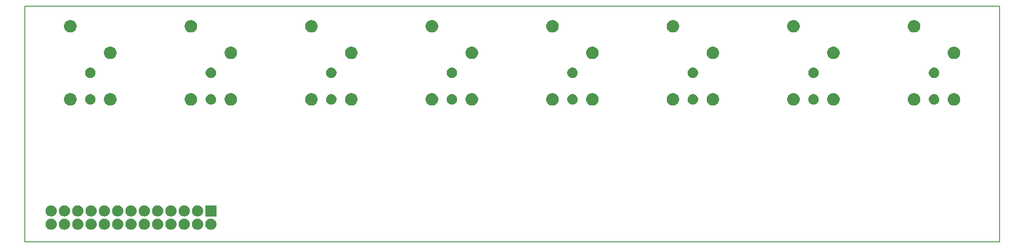
<source format=gts>
G04 #@! TF.GenerationSoftware,KiCad,Pcbnew,(5.1.0-0)*
G04 #@! TF.CreationDate,2019-11-06T10:25:11+01:00*
G04 #@! TF.ProjectId,AddOnD,4164644f-6e44-42e6-9b69-6361645f7063,rev?*
G04 #@! TF.SameCoordinates,Original*
G04 #@! TF.FileFunction,Soldermask,Top*
G04 #@! TF.FilePolarity,Negative*
%FSLAX46Y46*%
G04 Gerber Fmt 4.6, Leading zero omitted, Abs format (unit mm)*
G04 Created by KiCad (PCBNEW (5.1.0-0)) date 2019-11-06 10:25:11*
%MOMM*%
%LPD*%
G04 APERTURE LIST*
%ADD10C,0.150000*%
%ADD11C,0.100000*%
G04 APERTURE END LIST*
D10*
X7500000Y45000000D02*
X7500000Y90000000D01*
X193500000Y45000000D02*
X7500000Y45000000D01*
X193500000Y90000000D02*
X193500000Y45000000D01*
X7500000Y90000000D02*
X193500000Y90000000D01*
D11*
G36*
X43208500Y49408211D02*
G01*
X43408994Y49347392D01*
X43593759Y49248633D01*
X43593762Y49248631D01*
X43593763Y49248630D01*
X43755718Y49115718D01*
X43888630Y48953763D01*
X43888633Y48953759D01*
X43987392Y48768994D01*
X44048211Y48568500D01*
X44068746Y48360000D01*
X44048211Y48151500D01*
X43987392Y47951006D01*
X43888633Y47766241D01*
X43888631Y47766238D01*
X43888630Y47766237D01*
X43755718Y47604282D01*
X43593763Y47471370D01*
X43593759Y47471367D01*
X43408994Y47372608D01*
X43208500Y47311789D01*
X43052251Y47296400D01*
X42947749Y47296400D01*
X42791500Y47311789D01*
X42591006Y47372608D01*
X42406241Y47471367D01*
X42406237Y47471370D01*
X42244282Y47604282D01*
X42111370Y47766237D01*
X42111369Y47766238D01*
X42111367Y47766241D01*
X42012608Y47951006D01*
X41951789Y48151500D01*
X41931254Y48360000D01*
X41951789Y48568500D01*
X42012608Y48768994D01*
X42111367Y48953759D01*
X42111370Y48953763D01*
X42244282Y49115718D01*
X42406237Y49248630D01*
X42406238Y49248631D01*
X42406241Y49248633D01*
X42591006Y49347392D01*
X42791500Y49408211D01*
X42947749Y49423600D01*
X43052251Y49423600D01*
X43208500Y49408211D01*
X43208500Y49408211D01*
G37*
G36*
X40668500Y49408211D02*
G01*
X40868994Y49347392D01*
X41053759Y49248633D01*
X41053762Y49248631D01*
X41053763Y49248630D01*
X41215718Y49115718D01*
X41348630Y48953763D01*
X41348633Y48953759D01*
X41447392Y48768994D01*
X41508211Y48568500D01*
X41528746Y48360000D01*
X41508211Y48151500D01*
X41447392Y47951006D01*
X41348633Y47766241D01*
X41348631Y47766238D01*
X41348630Y47766237D01*
X41215718Y47604282D01*
X41053763Y47471370D01*
X41053759Y47471367D01*
X40868994Y47372608D01*
X40668500Y47311789D01*
X40512251Y47296400D01*
X40407749Y47296400D01*
X40251500Y47311789D01*
X40051006Y47372608D01*
X39866241Y47471367D01*
X39866237Y47471370D01*
X39704282Y47604282D01*
X39571370Y47766237D01*
X39571369Y47766238D01*
X39571367Y47766241D01*
X39472608Y47951006D01*
X39411789Y48151500D01*
X39391254Y48360000D01*
X39411789Y48568500D01*
X39472608Y48768994D01*
X39571367Y48953759D01*
X39571370Y48953763D01*
X39704282Y49115718D01*
X39866237Y49248630D01*
X39866238Y49248631D01*
X39866241Y49248633D01*
X40051006Y49347392D01*
X40251500Y49408211D01*
X40407749Y49423600D01*
X40512251Y49423600D01*
X40668500Y49408211D01*
X40668500Y49408211D01*
G37*
G36*
X38128500Y49408211D02*
G01*
X38328994Y49347392D01*
X38513759Y49248633D01*
X38513762Y49248631D01*
X38513763Y49248630D01*
X38675718Y49115718D01*
X38808630Y48953763D01*
X38808633Y48953759D01*
X38907392Y48768994D01*
X38968211Y48568500D01*
X38988746Y48360000D01*
X38968211Y48151500D01*
X38907392Y47951006D01*
X38808633Y47766241D01*
X38808631Y47766238D01*
X38808630Y47766237D01*
X38675718Y47604282D01*
X38513763Y47471370D01*
X38513759Y47471367D01*
X38328994Y47372608D01*
X38128500Y47311789D01*
X37972251Y47296400D01*
X37867749Y47296400D01*
X37711500Y47311789D01*
X37511006Y47372608D01*
X37326241Y47471367D01*
X37326237Y47471370D01*
X37164282Y47604282D01*
X37031370Y47766237D01*
X37031369Y47766238D01*
X37031367Y47766241D01*
X36932608Y47951006D01*
X36871789Y48151500D01*
X36851254Y48360000D01*
X36871789Y48568500D01*
X36932608Y48768994D01*
X37031367Y48953759D01*
X37031370Y48953763D01*
X37164282Y49115718D01*
X37326237Y49248630D01*
X37326238Y49248631D01*
X37326241Y49248633D01*
X37511006Y49347392D01*
X37711500Y49408211D01*
X37867749Y49423600D01*
X37972251Y49423600D01*
X38128500Y49408211D01*
X38128500Y49408211D01*
G37*
G36*
X35588500Y49408211D02*
G01*
X35788994Y49347392D01*
X35973759Y49248633D01*
X35973762Y49248631D01*
X35973763Y49248630D01*
X36135718Y49115718D01*
X36268630Y48953763D01*
X36268633Y48953759D01*
X36367392Y48768994D01*
X36428211Y48568500D01*
X36448746Y48360000D01*
X36428211Y48151500D01*
X36367392Y47951006D01*
X36268633Y47766241D01*
X36268631Y47766238D01*
X36268630Y47766237D01*
X36135718Y47604282D01*
X35973763Y47471370D01*
X35973759Y47471367D01*
X35788994Y47372608D01*
X35588500Y47311789D01*
X35432251Y47296400D01*
X35327749Y47296400D01*
X35171500Y47311789D01*
X34971006Y47372608D01*
X34786241Y47471367D01*
X34786237Y47471370D01*
X34624282Y47604282D01*
X34491370Y47766237D01*
X34491369Y47766238D01*
X34491367Y47766241D01*
X34392608Y47951006D01*
X34331789Y48151500D01*
X34311254Y48360000D01*
X34331789Y48568500D01*
X34392608Y48768994D01*
X34491367Y48953759D01*
X34491370Y48953763D01*
X34624282Y49115718D01*
X34786237Y49248630D01*
X34786238Y49248631D01*
X34786241Y49248633D01*
X34971006Y49347392D01*
X35171500Y49408211D01*
X35327749Y49423600D01*
X35432251Y49423600D01*
X35588500Y49408211D01*
X35588500Y49408211D01*
G37*
G36*
X33048500Y49408211D02*
G01*
X33248994Y49347392D01*
X33433759Y49248633D01*
X33433762Y49248631D01*
X33433763Y49248630D01*
X33595718Y49115718D01*
X33728630Y48953763D01*
X33728633Y48953759D01*
X33827392Y48768994D01*
X33888211Y48568500D01*
X33908746Y48360000D01*
X33888211Y48151500D01*
X33827392Y47951006D01*
X33728633Y47766241D01*
X33728631Y47766238D01*
X33728630Y47766237D01*
X33595718Y47604282D01*
X33433763Y47471370D01*
X33433759Y47471367D01*
X33248994Y47372608D01*
X33048500Y47311789D01*
X32892251Y47296400D01*
X32787749Y47296400D01*
X32631500Y47311789D01*
X32431006Y47372608D01*
X32246241Y47471367D01*
X32246237Y47471370D01*
X32084282Y47604282D01*
X31951370Y47766237D01*
X31951369Y47766238D01*
X31951367Y47766241D01*
X31852608Y47951006D01*
X31791789Y48151500D01*
X31771254Y48360000D01*
X31791789Y48568500D01*
X31852608Y48768994D01*
X31951367Y48953759D01*
X31951370Y48953763D01*
X32084282Y49115718D01*
X32246237Y49248630D01*
X32246238Y49248631D01*
X32246241Y49248633D01*
X32431006Y49347392D01*
X32631500Y49408211D01*
X32787749Y49423600D01*
X32892251Y49423600D01*
X33048500Y49408211D01*
X33048500Y49408211D01*
G37*
G36*
X30508500Y49408211D02*
G01*
X30708994Y49347392D01*
X30893759Y49248633D01*
X30893762Y49248631D01*
X30893763Y49248630D01*
X31055718Y49115718D01*
X31188630Y48953763D01*
X31188633Y48953759D01*
X31287392Y48768994D01*
X31348211Y48568500D01*
X31368746Y48360000D01*
X31348211Y48151500D01*
X31287392Y47951006D01*
X31188633Y47766241D01*
X31188631Y47766238D01*
X31188630Y47766237D01*
X31055718Y47604282D01*
X30893763Y47471370D01*
X30893759Y47471367D01*
X30708994Y47372608D01*
X30508500Y47311789D01*
X30352251Y47296400D01*
X30247749Y47296400D01*
X30091500Y47311789D01*
X29891006Y47372608D01*
X29706241Y47471367D01*
X29706237Y47471370D01*
X29544282Y47604282D01*
X29411370Y47766237D01*
X29411369Y47766238D01*
X29411367Y47766241D01*
X29312608Y47951006D01*
X29251789Y48151500D01*
X29231254Y48360000D01*
X29251789Y48568500D01*
X29312608Y48768994D01*
X29411367Y48953759D01*
X29411370Y48953763D01*
X29544282Y49115718D01*
X29706237Y49248630D01*
X29706238Y49248631D01*
X29706241Y49248633D01*
X29891006Y49347392D01*
X30091500Y49408211D01*
X30247749Y49423600D01*
X30352251Y49423600D01*
X30508500Y49408211D01*
X30508500Y49408211D01*
G37*
G36*
X27968500Y49408211D02*
G01*
X28168994Y49347392D01*
X28353759Y49248633D01*
X28353762Y49248631D01*
X28353763Y49248630D01*
X28515718Y49115718D01*
X28648630Y48953763D01*
X28648633Y48953759D01*
X28747392Y48768994D01*
X28808211Y48568500D01*
X28828746Y48360000D01*
X28808211Y48151500D01*
X28747392Y47951006D01*
X28648633Y47766241D01*
X28648631Y47766238D01*
X28648630Y47766237D01*
X28515718Y47604282D01*
X28353763Y47471370D01*
X28353759Y47471367D01*
X28168994Y47372608D01*
X27968500Y47311789D01*
X27812251Y47296400D01*
X27707749Y47296400D01*
X27551500Y47311789D01*
X27351006Y47372608D01*
X27166241Y47471367D01*
X27166237Y47471370D01*
X27004282Y47604282D01*
X26871370Y47766237D01*
X26871369Y47766238D01*
X26871367Y47766241D01*
X26772608Y47951006D01*
X26711789Y48151500D01*
X26691254Y48360000D01*
X26711789Y48568500D01*
X26772608Y48768994D01*
X26871367Y48953759D01*
X26871370Y48953763D01*
X27004282Y49115718D01*
X27166237Y49248630D01*
X27166238Y49248631D01*
X27166241Y49248633D01*
X27351006Y49347392D01*
X27551500Y49408211D01*
X27707749Y49423600D01*
X27812251Y49423600D01*
X27968500Y49408211D01*
X27968500Y49408211D01*
G37*
G36*
X25428500Y49408211D02*
G01*
X25628994Y49347392D01*
X25813759Y49248633D01*
X25813762Y49248631D01*
X25813763Y49248630D01*
X25975718Y49115718D01*
X26108630Y48953763D01*
X26108633Y48953759D01*
X26207392Y48768994D01*
X26268211Y48568500D01*
X26288746Y48360000D01*
X26268211Y48151500D01*
X26207392Y47951006D01*
X26108633Y47766241D01*
X26108631Y47766238D01*
X26108630Y47766237D01*
X25975718Y47604282D01*
X25813763Y47471370D01*
X25813759Y47471367D01*
X25628994Y47372608D01*
X25428500Y47311789D01*
X25272251Y47296400D01*
X25167749Y47296400D01*
X25011500Y47311789D01*
X24811006Y47372608D01*
X24626241Y47471367D01*
X24626237Y47471370D01*
X24464282Y47604282D01*
X24331370Y47766237D01*
X24331369Y47766238D01*
X24331367Y47766241D01*
X24232608Y47951006D01*
X24171789Y48151500D01*
X24151254Y48360000D01*
X24171789Y48568500D01*
X24232608Y48768994D01*
X24331367Y48953759D01*
X24331370Y48953763D01*
X24464282Y49115718D01*
X24626237Y49248630D01*
X24626238Y49248631D01*
X24626241Y49248633D01*
X24811006Y49347392D01*
X25011500Y49408211D01*
X25167749Y49423600D01*
X25272251Y49423600D01*
X25428500Y49408211D01*
X25428500Y49408211D01*
G37*
G36*
X22888500Y49408211D02*
G01*
X23088994Y49347392D01*
X23273759Y49248633D01*
X23273762Y49248631D01*
X23273763Y49248630D01*
X23435718Y49115718D01*
X23568630Y48953763D01*
X23568633Y48953759D01*
X23667392Y48768994D01*
X23728211Y48568500D01*
X23748746Y48360000D01*
X23728211Y48151500D01*
X23667392Y47951006D01*
X23568633Y47766241D01*
X23568631Y47766238D01*
X23568630Y47766237D01*
X23435718Y47604282D01*
X23273763Y47471370D01*
X23273759Y47471367D01*
X23088994Y47372608D01*
X22888500Y47311789D01*
X22732251Y47296400D01*
X22627749Y47296400D01*
X22471500Y47311789D01*
X22271006Y47372608D01*
X22086241Y47471367D01*
X22086237Y47471370D01*
X21924282Y47604282D01*
X21791370Y47766237D01*
X21791369Y47766238D01*
X21791367Y47766241D01*
X21692608Y47951006D01*
X21631789Y48151500D01*
X21611254Y48360000D01*
X21631789Y48568500D01*
X21692608Y48768994D01*
X21791367Y48953759D01*
X21791370Y48953763D01*
X21924282Y49115718D01*
X22086237Y49248630D01*
X22086238Y49248631D01*
X22086241Y49248633D01*
X22271006Y49347392D01*
X22471500Y49408211D01*
X22627749Y49423600D01*
X22732251Y49423600D01*
X22888500Y49408211D01*
X22888500Y49408211D01*
G37*
G36*
X20348500Y49408211D02*
G01*
X20548994Y49347392D01*
X20733759Y49248633D01*
X20733762Y49248631D01*
X20733763Y49248630D01*
X20895718Y49115718D01*
X21028630Y48953763D01*
X21028633Y48953759D01*
X21127392Y48768994D01*
X21188211Y48568500D01*
X21208746Y48360000D01*
X21188211Y48151500D01*
X21127392Y47951006D01*
X21028633Y47766241D01*
X21028631Y47766238D01*
X21028630Y47766237D01*
X20895718Y47604282D01*
X20733763Y47471370D01*
X20733759Y47471367D01*
X20548994Y47372608D01*
X20348500Y47311789D01*
X20192251Y47296400D01*
X20087749Y47296400D01*
X19931500Y47311789D01*
X19731006Y47372608D01*
X19546241Y47471367D01*
X19546237Y47471370D01*
X19384282Y47604282D01*
X19251370Y47766237D01*
X19251369Y47766238D01*
X19251367Y47766241D01*
X19152608Y47951006D01*
X19091789Y48151500D01*
X19071254Y48360000D01*
X19091789Y48568500D01*
X19152608Y48768994D01*
X19251367Y48953759D01*
X19251370Y48953763D01*
X19384282Y49115718D01*
X19546237Y49248630D01*
X19546238Y49248631D01*
X19546241Y49248633D01*
X19731006Y49347392D01*
X19931500Y49408211D01*
X20087749Y49423600D01*
X20192251Y49423600D01*
X20348500Y49408211D01*
X20348500Y49408211D01*
G37*
G36*
X17808500Y49408211D02*
G01*
X18008994Y49347392D01*
X18193759Y49248633D01*
X18193762Y49248631D01*
X18193763Y49248630D01*
X18355718Y49115718D01*
X18488630Y48953763D01*
X18488633Y48953759D01*
X18587392Y48768994D01*
X18648211Y48568500D01*
X18668746Y48360000D01*
X18648211Y48151500D01*
X18587392Y47951006D01*
X18488633Y47766241D01*
X18488631Y47766238D01*
X18488630Y47766237D01*
X18355718Y47604282D01*
X18193763Y47471370D01*
X18193759Y47471367D01*
X18008994Y47372608D01*
X17808500Y47311789D01*
X17652251Y47296400D01*
X17547749Y47296400D01*
X17391500Y47311789D01*
X17191006Y47372608D01*
X17006241Y47471367D01*
X17006237Y47471370D01*
X16844282Y47604282D01*
X16711370Y47766237D01*
X16711369Y47766238D01*
X16711367Y47766241D01*
X16612608Y47951006D01*
X16551789Y48151500D01*
X16531254Y48360000D01*
X16551789Y48568500D01*
X16612608Y48768994D01*
X16711367Y48953759D01*
X16711370Y48953763D01*
X16844282Y49115718D01*
X17006237Y49248630D01*
X17006238Y49248631D01*
X17006241Y49248633D01*
X17191006Y49347392D01*
X17391500Y49408211D01*
X17547749Y49423600D01*
X17652251Y49423600D01*
X17808500Y49408211D01*
X17808500Y49408211D01*
G37*
G36*
X15268500Y49408211D02*
G01*
X15468994Y49347392D01*
X15653759Y49248633D01*
X15653762Y49248631D01*
X15653763Y49248630D01*
X15815718Y49115718D01*
X15948630Y48953763D01*
X15948633Y48953759D01*
X16047392Y48768994D01*
X16108211Y48568500D01*
X16128746Y48360000D01*
X16108211Y48151500D01*
X16047392Y47951006D01*
X15948633Y47766241D01*
X15948631Y47766238D01*
X15948630Y47766237D01*
X15815718Y47604282D01*
X15653763Y47471370D01*
X15653759Y47471367D01*
X15468994Y47372608D01*
X15268500Y47311789D01*
X15112251Y47296400D01*
X15007749Y47296400D01*
X14851500Y47311789D01*
X14651006Y47372608D01*
X14466241Y47471367D01*
X14466237Y47471370D01*
X14304282Y47604282D01*
X14171370Y47766237D01*
X14171369Y47766238D01*
X14171367Y47766241D01*
X14072608Y47951006D01*
X14011789Y48151500D01*
X13991254Y48360000D01*
X14011789Y48568500D01*
X14072608Y48768994D01*
X14171367Y48953759D01*
X14171370Y48953763D01*
X14304282Y49115718D01*
X14466237Y49248630D01*
X14466238Y49248631D01*
X14466241Y49248633D01*
X14651006Y49347392D01*
X14851500Y49408211D01*
X15007749Y49423600D01*
X15112251Y49423600D01*
X15268500Y49408211D01*
X15268500Y49408211D01*
G37*
G36*
X12728500Y49408211D02*
G01*
X12928994Y49347392D01*
X13113759Y49248633D01*
X13113762Y49248631D01*
X13113763Y49248630D01*
X13275718Y49115718D01*
X13408630Y48953763D01*
X13408633Y48953759D01*
X13507392Y48768994D01*
X13568211Y48568500D01*
X13588746Y48360000D01*
X13568211Y48151500D01*
X13507392Y47951006D01*
X13408633Y47766241D01*
X13408631Y47766238D01*
X13408630Y47766237D01*
X13275718Y47604282D01*
X13113763Y47471370D01*
X13113759Y47471367D01*
X12928994Y47372608D01*
X12728500Y47311789D01*
X12572251Y47296400D01*
X12467749Y47296400D01*
X12311500Y47311789D01*
X12111006Y47372608D01*
X11926241Y47471367D01*
X11926237Y47471370D01*
X11764282Y47604282D01*
X11631370Y47766237D01*
X11631369Y47766238D01*
X11631367Y47766241D01*
X11532608Y47951006D01*
X11471789Y48151500D01*
X11451254Y48360000D01*
X11471789Y48568500D01*
X11532608Y48768994D01*
X11631367Y48953759D01*
X11631370Y48953763D01*
X11764282Y49115718D01*
X11926237Y49248630D01*
X11926238Y49248631D01*
X11926241Y49248633D01*
X12111006Y49347392D01*
X12311500Y49408211D01*
X12467749Y49423600D01*
X12572251Y49423600D01*
X12728500Y49408211D01*
X12728500Y49408211D01*
G37*
G36*
X27968500Y51948211D02*
G01*
X28168994Y51887392D01*
X28353759Y51788633D01*
X28353762Y51788631D01*
X28353763Y51788630D01*
X28515718Y51655718D01*
X28648630Y51493763D01*
X28648633Y51493759D01*
X28747392Y51308994D01*
X28808211Y51108500D01*
X28828746Y50900000D01*
X28808211Y50691500D01*
X28747392Y50491006D01*
X28648633Y50306241D01*
X28648631Y50306238D01*
X28648630Y50306237D01*
X28515718Y50144282D01*
X28353763Y50011370D01*
X28353759Y50011367D01*
X28168994Y49912608D01*
X27968500Y49851789D01*
X27812251Y49836400D01*
X27707749Y49836400D01*
X27551500Y49851789D01*
X27351006Y49912608D01*
X27166241Y50011367D01*
X27166237Y50011370D01*
X27004282Y50144282D01*
X26871370Y50306237D01*
X26871369Y50306238D01*
X26871367Y50306241D01*
X26772608Y50491006D01*
X26711789Y50691500D01*
X26691254Y50900000D01*
X26711789Y51108500D01*
X26772608Y51308994D01*
X26871367Y51493759D01*
X26871370Y51493763D01*
X27004282Y51655718D01*
X27166237Y51788630D01*
X27166238Y51788631D01*
X27166241Y51788633D01*
X27351006Y51887392D01*
X27551500Y51948211D01*
X27707749Y51963600D01*
X27812251Y51963600D01*
X27968500Y51948211D01*
X27968500Y51948211D01*
G37*
G36*
X44063600Y49836400D02*
G01*
X41936400Y49836400D01*
X41936400Y51963600D01*
X44063600Y51963600D01*
X44063600Y49836400D01*
X44063600Y49836400D01*
G37*
G36*
X12728500Y51948211D02*
G01*
X12928994Y51887392D01*
X13113759Y51788633D01*
X13113762Y51788631D01*
X13113763Y51788630D01*
X13275718Y51655718D01*
X13408630Y51493763D01*
X13408633Y51493759D01*
X13507392Y51308994D01*
X13568211Y51108500D01*
X13588746Y50900000D01*
X13568211Y50691500D01*
X13507392Y50491006D01*
X13408633Y50306241D01*
X13408631Y50306238D01*
X13408630Y50306237D01*
X13275718Y50144282D01*
X13113763Y50011370D01*
X13113759Y50011367D01*
X12928994Y49912608D01*
X12728500Y49851789D01*
X12572251Y49836400D01*
X12467749Y49836400D01*
X12311500Y49851789D01*
X12111006Y49912608D01*
X11926241Y50011367D01*
X11926237Y50011370D01*
X11764282Y50144282D01*
X11631370Y50306237D01*
X11631369Y50306238D01*
X11631367Y50306241D01*
X11532608Y50491006D01*
X11471789Y50691500D01*
X11451254Y50900000D01*
X11471789Y51108500D01*
X11532608Y51308994D01*
X11631367Y51493759D01*
X11631370Y51493763D01*
X11764282Y51655718D01*
X11926237Y51788630D01*
X11926238Y51788631D01*
X11926241Y51788633D01*
X12111006Y51887392D01*
X12311500Y51948211D01*
X12467749Y51963600D01*
X12572251Y51963600D01*
X12728500Y51948211D01*
X12728500Y51948211D01*
G37*
G36*
X15268500Y51948211D02*
G01*
X15468994Y51887392D01*
X15653759Y51788633D01*
X15653762Y51788631D01*
X15653763Y51788630D01*
X15815718Y51655718D01*
X15948630Y51493763D01*
X15948633Y51493759D01*
X16047392Y51308994D01*
X16108211Y51108500D01*
X16128746Y50900000D01*
X16108211Y50691500D01*
X16047392Y50491006D01*
X15948633Y50306241D01*
X15948631Y50306238D01*
X15948630Y50306237D01*
X15815718Y50144282D01*
X15653763Y50011370D01*
X15653759Y50011367D01*
X15468994Y49912608D01*
X15268500Y49851789D01*
X15112251Y49836400D01*
X15007749Y49836400D01*
X14851500Y49851789D01*
X14651006Y49912608D01*
X14466241Y50011367D01*
X14466237Y50011370D01*
X14304282Y50144282D01*
X14171370Y50306237D01*
X14171369Y50306238D01*
X14171367Y50306241D01*
X14072608Y50491006D01*
X14011789Y50691500D01*
X13991254Y50900000D01*
X14011789Y51108500D01*
X14072608Y51308994D01*
X14171367Y51493759D01*
X14171370Y51493763D01*
X14304282Y51655718D01*
X14466237Y51788630D01*
X14466238Y51788631D01*
X14466241Y51788633D01*
X14651006Y51887392D01*
X14851500Y51948211D01*
X15007749Y51963600D01*
X15112251Y51963600D01*
X15268500Y51948211D01*
X15268500Y51948211D01*
G37*
G36*
X40668500Y51948211D02*
G01*
X40868994Y51887392D01*
X41053759Y51788633D01*
X41053762Y51788631D01*
X41053763Y51788630D01*
X41215718Y51655718D01*
X41348630Y51493763D01*
X41348633Y51493759D01*
X41447392Y51308994D01*
X41508211Y51108500D01*
X41528746Y50900000D01*
X41508211Y50691500D01*
X41447392Y50491006D01*
X41348633Y50306241D01*
X41348631Y50306238D01*
X41348630Y50306237D01*
X41215718Y50144282D01*
X41053763Y50011370D01*
X41053759Y50011367D01*
X40868994Y49912608D01*
X40668500Y49851789D01*
X40512251Y49836400D01*
X40407749Y49836400D01*
X40251500Y49851789D01*
X40051006Y49912608D01*
X39866241Y50011367D01*
X39866237Y50011370D01*
X39704282Y50144282D01*
X39571370Y50306237D01*
X39571369Y50306238D01*
X39571367Y50306241D01*
X39472608Y50491006D01*
X39411789Y50691500D01*
X39391254Y50900000D01*
X39411789Y51108500D01*
X39472608Y51308994D01*
X39571367Y51493759D01*
X39571370Y51493763D01*
X39704282Y51655718D01*
X39866237Y51788630D01*
X39866238Y51788631D01*
X39866241Y51788633D01*
X40051006Y51887392D01*
X40251500Y51948211D01*
X40407749Y51963600D01*
X40512251Y51963600D01*
X40668500Y51948211D01*
X40668500Y51948211D01*
G37*
G36*
X17808500Y51948211D02*
G01*
X18008994Y51887392D01*
X18193759Y51788633D01*
X18193762Y51788631D01*
X18193763Y51788630D01*
X18355718Y51655718D01*
X18488630Y51493763D01*
X18488633Y51493759D01*
X18587392Y51308994D01*
X18648211Y51108500D01*
X18668746Y50900000D01*
X18648211Y50691500D01*
X18587392Y50491006D01*
X18488633Y50306241D01*
X18488631Y50306238D01*
X18488630Y50306237D01*
X18355718Y50144282D01*
X18193763Y50011370D01*
X18193759Y50011367D01*
X18008994Y49912608D01*
X17808500Y49851789D01*
X17652251Y49836400D01*
X17547749Y49836400D01*
X17391500Y49851789D01*
X17191006Y49912608D01*
X17006241Y50011367D01*
X17006237Y50011370D01*
X16844282Y50144282D01*
X16711370Y50306237D01*
X16711369Y50306238D01*
X16711367Y50306241D01*
X16612608Y50491006D01*
X16551789Y50691500D01*
X16531254Y50900000D01*
X16551789Y51108500D01*
X16612608Y51308994D01*
X16711367Y51493759D01*
X16711370Y51493763D01*
X16844282Y51655718D01*
X17006237Y51788630D01*
X17006238Y51788631D01*
X17006241Y51788633D01*
X17191006Y51887392D01*
X17391500Y51948211D01*
X17547749Y51963600D01*
X17652251Y51963600D01*
X17808500Y51948211D01*
X17808500Y51948211D01*
G37*
G36*
X38128500Y51948211D02*
G01*
X38328994Y51887392D01*
X38513759Y51788633D01*
X38513762Y51788631D01*
X38513763Y51788630D01*
X38675718Y51655718D01*
X38808630Y51493763D01*
X38808633Y51493759D01*
X38907392Y51308994D01*
X38968211Y51108500D01*
X38988746Y50900000D01*
X38968211Y50691500D01*
X38907392Y50491006D01*
X38808633Y50306241D01*
X38808631Y50306238D01*
X38808630Y50306237D01*
X38675718Y50144282D01*
X38513763Y50011370D01*
X38513759Y50011367D01*
X38328994Y49912608D01*
X38128500Y49851789D01*
X37972251Y49836400D01*
X37867749Y49836400D01*
X37711500Y49851789D01*
X37511006Y49912608D01*
X37326241Y50011367D01*
X37326237Y50011370D01*
X37164282Y50144282D01*
X37031370Y50306237D01*
X37031369Y50306238D01*
X37031367Y50306241D01*
X36932608Y50491006D01*
X36871789Y50691500D01*
X36851254Y50900000D01*
X36871789Y51108500D01*
X36932608Y51308994D01*
X37031367Y51493759D01*
X37031370Y51493763D01*
X37164282Y51655718D01*
X37326237Y51788630D01*
X37326238Y51788631D01*
X37326241Y51788633D01*
X37511006Y51887392D01*
X37711500Y51948211D01*
X37867749Y51963600D01*
X37972251Y51963600D01*
X38128500Y51948211D01*
X38128500Y51948211D01*
G37*
G36*
X20348500Y51948211D02*
G01*
X20548994Y51887392D01*
X20733759Y51788633D01*
X20733762Y51788631D01*
X20733763Y51788630D01*
X20895718Y51655718D01*
X21028630Y51493763D01*
X21028633Y51493759D01*
X21127392Y51308994D01*
X21188211Y51108500D01*
X21208746Y50900000D01*
X21188211Y50691500D01*
X21127392Y50491006D01*
X21028633Y50306241D01*
X21028631Y50306238D01*
X21028630Y50306237D01*
X20895718Y50144282D01*
X20733763Y50011370D01*
X20733759Y50011367D01*
X20548994Y49912608D01*
X20348500Y49851789D01*
X20192251Y49836400D01*
X20087749Y49836400D01*
X19931500Y49851789D01*
X19731006Y49912608D01*
X19546241Y50011367D01*
X19546237Y50011370D01*
X19384282Y50144282D01*
X19251370Y50306237D01*
X19251369Y50306238D01*
X19251367Y50306241D01*
X19152608Y50491006D01*
X19091789Y50691500D01*
X19071254Y50900000D01*
X19091789Y51108500D01*
X19152608Y51308994D01*
X19251367Y51493759D01*
X19251370Y51493763D01*
X19384282Y51655718D01*
X19546237Y51788630D01*
X19546238Y51788631D01*
X19546241Y51788633D01*
X19731006Y51887392D01*
X19931500Y51948211D01*
X20087749Y51963600D01*
X20192251Y51963600D01*
X20348500Y51948211D01*
X20348500Y51948211D01*
G37*
G36*
X35588500Y51948211D02*
G01*
X35788994Y51887392D01*
X35973759Y51788633D01*
X35973762Y51788631D01*
X35973763Y51788630D01*
X36135718Y51655718D01*
X36268630Y51493763D01*
X36268633Y51493759D01*
X36367392Y51308994D01*
X36428211Y51108500D01*
X36448746Y50900000D01*
X36428211Y50691500D01*
X36367392Y50491006D01*
X36268633Y50306241D01*
X36268631Y50306238D01*
X36268630Y50306237D01*
X36135718Y50144282D01*
X35973763Y50011370D01*
X35973759Y50011367D01*
X35788994Y49912608D01*
X35588500Y49851789D01*
X35432251Y49836400D01*
X35327749Y49836400D01*
X35171500Y49851789D01*
X34971006Y49912608D01*
X34786241Y50011367D01*
X34786237Y50011370D01*
X34624282Y50144282D01*
X34491370Y50306237D01*
X34491369Y50306238D01*
X34491367Y50306241D01*
X34392608Y50491006D01*
X34331789Y50691500D01*
X34311254Y50900000D01*
X34331789Y51108500D01*
X34392608Y51308994D01*
X34491367Y51493759D01*
X34491370Y51493763D01*
X34624282Y51655718D01*
X34786237Y51788630D01*
X34786238Y51788631D01*
X34786241Y51788633D01*
X34971006Y51887392D01*
X35171500Y51948211D01*
X35327749Y51963600D01*
X35432251Y51963600D01*
X35588500Y51948211D01*
X35588500Y51948211D01*
G37*
G36*
X22888500Y51948211D02*
G01*
X23088994Y51887392D01*
X23273759Y51788633D01*
X23273762Y51788631D01*
X23273763Y51788630D01*
X23435718Y51655718D01*
X23568630Y51493763D01*
X23568633Y51493759D01*
X23667392Y51308994D01*
X23728211Y51108500D01*
X23748746Y50900000D01*
X23728211Y50691500D01*
X23667392Y50491006D01*
X23568633Y50306241D01*
X23568631Y50306238D01*
X23568630Y50306237D01*
X23435718Y50144282D01*
X23273763Y50011370D01*
X23273759Y50011367D01*
X23088994Y49912608D01*
X22888500Y49851789D01*
X22732251Y49836400D01*
X22627749Y49836400D01*
X22471500Y49851789D01*
X22271006Y49912608D01*
X22086241Y50011367D01*
X22086237Y50011370D01*
X21924282Y50144282D01*
X21791370Y50306237D01*
X21791369Y50306238D01*
X21791367Y50306241D01*
X21692608Y50491006D01*
X21631789Y50691500D01*
X21611254Y50900000D01*
X21631789Y51108500D01*
X21692608Y51308994D01*
X21791367Y51493759D01*
X21791370Y51493763D01*
X21924282Y51655718D01*
X22086237Y51788630D01*
X22086238Y51788631D01*
X22086241Y51788633D01*
X22271006Y51887392D01*
X22471500Y51948211D01*
X22627749Y51963600D01*
X22732251Y51963600D01*
X22888500Y51948211D01*
X22888500Y51948211D01*
G37*
G36*
X33048500Y51948211D02*
G01*
X33248994Y51887392D01*
X33433759Y51788633D01*
X33433762Y51788631D01*
X33433763Y51788630D01*
X33595718Y51655718D01*
X33728630Y51493763D01*
X33728633Y51493759D01*
X33827392Y51308994D01*
X33888211Y51108500D01*
X33908746Y50900000D01*
X33888211Y50691500D01*
X33827392Y50491006D01*
X33728633Y50306241D01*
X33728631Y50306238D01*
X33728630Y50306237D01*
X33595718Y50144282D01*
X33433763Y50011370D01*
X33433759Y50011367D01*
X33248994Y49912608D01*
X33048500Y49851789D01*
X32892251Y49836400D01*
X32787749Y49836400D01*
X32631500Y49851789D01*
X32431006Y49912608D01*
X32246241Y50011367D01*
X32246237Y50011370D01*
X32084282Y50144282D01*
X31951370Y50306237D01*
X31951369Y50306238D01*
X31951367Y50306241D01*
X31852608Y50491006D01*
X31791789Y50691500D01*
X31771254Y50900000D01*
X31791789Y51108500D01*
X31852608Y51308994D01*
X31951367Y51493759D01*
X31951370Y51493763D01*
X32084282Y51655718D01*
X32246237Y51788630D01*
X32246238Y51788631D01*
X32246241Y51788633D01*
X32431006Y51887392D01*
X32631500Y51948211D01*
X32787749Y51963600D01*
X32892251Y51963600D01*
X33048500Y51948211D01*
X33048500Y51948211D01*
G37*
G36*
X25428500Y51948211D02*
G01*
X25628994Y51887392D01*
X25813759Y51788633D01*
X25813762Y51788631D01*
X25813763Y51788630D01*
X25975718Y51655718D01*
X26108630Y51493763D01*
X26108633Y51493759D01*
X26207392Y51308994D01*
X26268211Y51108500D01*
X26288746Y50900000D01*
X26268211Y50691500D01*
X26207392Y50491006D01*
X26108633Y50306241D01*
X26108631Y50306238D01*
X26108630Y50306237D01*
X25975718Y50144282D01*
X25813763Y50011370D01*
X25813759Y50011367D01*
X25628994Y49912608D01*
X25428500Y49851789D01*
X25272251Y49836400D01*
X25167749Y49836400D01*
X25011500Y49851789D01*
X24811006Y49912608D01*
X24626241Y50011367D01*
X24626237Y50011370D01*
X24464282Y50144282D01*
X24331370Y50306237D01*
X24331369Y50306238D01*
X24331367Y50306241D01*
X24232608Y50491006D01*
X24171789Y50691500D01*
X24151254Y50900000D01*
X24171789Y51108500D01*
X24232608Y51308994D01*
X24331367Y51493759D01*
X24331370Y51493763D01*
X24464282Y51655718D01*
X24626237Y51788630D01*
X24626238Y51788631D01*
X24626241Y51788633D01*
X24811006Y51887392D01*
X25011500Y51948211D01*
X25167749Y51963600D01*
X25272251Y51963600D01*
X25428500Y51948211D01*
X25428500Y51948211D01*
G37*
G36*
X30508500Y51948211D02*
G01*
X30708994Y51887392D01*
X30893759Y51788633D01*
X30893762Y51788631D01*
X30893763Y51788630D01*
X31055718Y51655718D01*
X31188630Y51493763D01*
X31188633Y51493759D01*
X31287392Y51308994D01*
X31348211Y51108500D01*
X31368746Y50900000D01*
X31348211Y50691500D01*
X31287392Y50491006D01*
X31188633Y50306241D01*
X31188631Y50306238D01*
X31188630Y50306237D01*
X31055718Y50144282D01*
X30893763Y50011370D01*
X30893759Y50011367D01*
X30708994Y49912608D01*
X30508500Y49851789D01*
X30352251Y49836400D01*
X30247749Y49836400D01*
X30091500Y49851789D01*
X29891006Y49912608D01*
X29706241Y50011367D01*
X29706237Y50011370D01*
X29544282Y50144282D01*
X29411370Y50306237D01*
X29411369Y50306238D01*
X29411367Y50306241D01*
X29312608Y50491006D01*
X29251789Y50691500D01*
X29231254Y50900000D01*
X29251789Y51108500D01*
X29312608Y51308994D01*
X29411367Y51493759D01*
X29411370Y51493763D01*
X29544282Y51655718D01*
X29706237Y51788630D01*
X29706238Y51788631D01*
X29706241Y51788633D01*
X29891006Y51887392D01*
X30091500Y51948211D01*
X30247749Y51963600D01*
X30352251Y51963600D01*
X30508500Y51948211D01*
X30508500Y51948211D01*
G37*
G36*
X185160026Y73373885D02*
G01*
X185378411Y73283427D01*
X185378413Y73283426D01*
X185574955Y73152101D01*
X185742101Y72984955D01*
X185827290Y72857461D01*
X185873427Y72788411D01*
X185963885Y72570026D01*
X186010000Y72338191D01*
X186010000Y72101809D01*
X185963885Y71869974D01*
X185873427Y71651589D01*
X185873426Y71651587D01*
X185742101Y71455045D01*
X185574955Y71287899D01*
X185378413Y71156574D01*
X185378412Y71156573D01*
X185378411Y71156573D01*
X185160026Y71066115D01*
X184928191Y71020000D01*
X184691809Y71020000D01*
X184459974Y71066115D01*
X184241589Y71156573D01*
X184241588Y71156573D01*
X184241587Y71156574D01*
X184045045Y71287899D01*
X183877899Y71455045D01*
X183746574Y71651587D01*
X183746573Y71651589D01*
X183656115Y71869974D01*
X183610000Y72101809D01*
X183610000Y72338191D01*
X183656115Y72570026D01*
X183746573Y72788411D01*
X183792711Y72857461D01*
X183877899Y72984955D01*
X184045045Y73152101D01*
X184241587Y73283426D01*
X184241589Y73283427D01*
X184459974Y73373885D01*
X184691809Y73420000D01*
X184928191Y73420000D01*
X185160026Y73373885D01*
X185160026Y73373885D01*
G37*
G36*
X177540026Y73373885D02*
G01*
X177758411Y73283427D01*
X177758413Y73283426D01*
X177954955Y73152101D01*
X178122101Y72984955D01*
X178207290Y72857461D01*
X178253427Y72788411D01*
X178343885Y72570026D01*
X178390000Y72338191D01*
X178390000Y72101809D01*
X178343885Y71869974D01*
X178253427Y71651589D01*
X178253426Y71651587D01*
X178122101Y71455045D01*
X177954955Y71287899D01*
X177758413Y71156574D01*
X177758412Y71156573D01*
X177758411Y71156573D01*
X177540026Y71066115D01*
X177308191Y71020000D01*
X177071809Y71020000D01*
X176839974Y71066115D01*
X176621589Y71156573D01*
X176621588Y71156573D01*
X176621587Y71156574D01*
X176425045Y71287899D01*
X176257899Y71455045D01*
X176126574Y71651587D01*
X176126573Y71651589D01*
X176036115Y71869974D01*
X175990000Y72101809D01*
X175990000Y72338191D01*
X176036115Y72570026D01*
X176126573Y72788411D01*
X176172711Y72857461D01*
X176257899Y72984955D01*
X176425045Y73152101D01*
X176621587Y73283426D01*
X176621589Y73283427D01*
X176839974Y73373885D01*
X177071809Y73420000D01*
X177308191Y73420000D01*
X177540026Y73373885D01*
X177540026Y73373885D01*
G37*
G36*
X116160026Y73373885D02*
G01*
X116378411Y73283427D01*
X116378413Y73283426D01*
X116574955Y73152101D01*
X116742101Y72984955D01*
X116827290Y72857461D01*
X116873427Y72788411D01*
X116963885Y72570026D01*
X117010000Y72338191D01*
X117010000Y72101809D01*
X116963885Y71869974D01*
X116873427Y71651589D01*
X116873426Y71651587D01*
X116742101Y71455045D01*
X116574955Y71287899D01*
X116378413Y71156574D01*
X116378412Y71156573D01*
X116378411Y71156573D01*
X116160026Y71066115D01*
X115928191Y71020000D01*
X115691809Y71020000D01*
X115459974Y71066115D01*
X115241589Y71156573D01*
X115241588Y71156573D01*
X115241587Y71156574D01*
X115045045Y71287899D01*
X114877899Y71455045D01*
X114746574Y71651587D01*
X114746573Y71651589D01*
X114656115Y71869974D01*
X114610000Y72101809D01*
X114610000Y72338191D01*
X114656115Y72570026D01*
X114746573Y72788411D01*
X114792711Y72857461D01*
X114877899Y72984955D01*
X115045045Y73152101D01*
X115241587Y73283426D01*
X115241589Y73283427D01*
X115459974Y73373885D01*
X115691809Y73420000D01*
X115928191Y73420000D01*
X116160026Y73373885D01*
X116160026Y73373885D01*
G37*
G36*
X85540026Y73373885D02*
G01*
X85758411Y73283427D01*
X85758413Y73283426D01*
X85954955Y73152101D01*
X86122101Y72984955D01*
X86207290Y72857461D01*
X86253427Y72788411D01*
X86343885Y72570026D01*
X86390000Y72338191D01*
X86390000Y72101809D01*
X86343885Y71869974D01*
X86253427Y71651589D01*
X86253426Y71651587D01*
X86122101Y71455045D01*
X85954955Y71287899D01*
X85758413Y71156574D01*
X85758412Y71156573D01*
X85758411Y71156573D01*
X85540026Y71066115D01*
X85308191Y71020000D01*
X85071809Y71020000D01*
X84839974Y71066115D01*
X84621589Y71156573D01*
X84621588Y71156573D01*
X84621587Y71156574D01*
X84425045Y71287899D01*
X84257899Y71455045D01*
X84126574Y71651587D01*
X84126573Y71651589D01*
X84036115Y71869974D01*
X83990000Y72101809D01*
X83990000Y72338191D01*
X84036115Y72570026D01*
X84126573Y72788411D01*
X84172711Y72857461D01*
X84257899Y72984955D01*
X84425045Y73152101D01*
X84621587Y73283426D01*
X84621589Y73283427D01*
X84839974Y73373885D01*
X85071809Y73420000D01*
X85308191Y73420000D01*
X85540026Y73373885D01*
X85540026Y73373885D01*
G37*
G36*
X93160026Y73373885D02*
G01*
X93378411Y73283427D01*
X93378413Y73283426D01*
X93574955Y73152101D01*
X93742101Y72984955D01*
X93827290Y72857461D01*
X93873427Y72788411D01*
X93963885Y72570026D01*
X94010000Y72338191D01*
X94010000Y72101809D01*
X93963885Y71869974D01*
X93873427Y71651589D01*
X93873426Y71651587D01*
X93742101Y71455045D01*
X93574955Y71287899D01*
X93378413Y71156574D01*
X93378412Y71156573D01*
X93378411Y71156573D01*
X93160026Y71066115D01*
X92928191Y71020000D01*
X92691809Y71020000D01*
X92459974Y71066115D01*
X92241589Y71156573D01*
X92241588Y71156573D01*
X92241587Y71156574D01*
X92045045Y71287899D01*
X91877899Y71455045D01*
X91746574Y71651587D01*
X91746573Y71651589D01*
X91656115Y71869974D01*
X91610000Y72101809D01*
X91610000Y72338191D01*
X91656115Y72570026D01*
X91746573Y72788411D01*
X91792711Y72857461D01*
X91877899Y72984955D01*
X92045045Y73152101D01*
X92241587Y73283426D01*
X92241589Y73283427D01*
X92459974Y73373885D01*
X92691809Y73420000D01*
X92928191Y73420000D01*
X93160026Y73373885D01*
X93160026Y73373885D01*
G37*
G36*
X108540026Y73373885D02*
G01*
X108758411Y73283427D01*
X108758413Y73283426D01*
X108954955Y73152101D01*
X109122101Y72984955D01*
X109207290Y72857461D01*
X109253427Y72788411D01*
X109343885Y72570026D01*
X109390000Y72338191D01*
X109390000Y72101809D01*
X109343885Y71869974D01*
X109253427Y71651589D01*
X109253426Y71651587D01*
X109122101Y71455045D01*
X108954955Y71287899D01*
X108758413Y71156574D01*
X108758412Y71156573D01*
X108758411Y71156573D01*
X108540026Y71066115D01*
X108308191Y71020000D01*
X108071809Y71020000D01*
X107839974Y71066115D01*
X107621589Y71156573D01*
X107621588Y71156573D01*
X107621587Y71156574D01*
X107425045Y71287899D01*
X107257899Y71455045D01*
X107126574Y71651587D01*
X107126573Y71651589D01*
X107036115Y71869974D01*
X106990000Y72101809D01*
X106990000Y72338191D01*
X107036115Y72570026D01*
X107126573Y72788411D01*
X107172711Y72857461D01*
X107257899Y72984955D01*
X107425045Y73152101D01*
X107621587Y73283426D01*
X107621589Y73283427D01*
X107839974Y73373885D01*
X108071809Y73420000D01*
X108308191Y73420000D01*
X108540026Y73373885D01*
X108540026Y73373885D01*
G37*
G36*
X139160026Y73373885D02*
G01*
X139378411Y73283427D01*
X139378413Y73283426D01*
X139574955Y73152101D01*
X139742101Y72984955D01*
X139827290Y72857461D01*
X139873427Y72788411D01*
X139963885Y72570026D01*
X140010000Y72338191D01*
X140010000Y72101809D01*
X139963885Y71869974D01*
X139873427Y71651589D01*
X139873426Y71651587D01*
X139742101Y71455045D01*
X139574955Y71287899D01*
X139378413Y71156574D01*
X139378412Y71156573D01*
X139378411Y71156573D01*
X139160026Y71066115D01*
X138928191Y71020000D01*
X138691809Y71020000D01*
X138459974Y71066115D01*
X138241589Y71156573D01*
X138241588Y71156573D01*
X138241587Y71156574D01*
X138045045Y71287899D01*
X137877899Y71455045D01*
X137746574Y71651587D01*
X137746573Y71651589D01*
X137656115Y71869974D01*
X137610000Y72101809D01*
X137610000Y72338191D01*
X137656115Y72570026D01*
X137746573Y72788411D01*
X137792711Y72857461D01*
X137877899Y72984955D01*
X138045045Y73152101D01*
X138241587Y73283426D01*
X138241589Y73283427D01*
X138459974Y73373885D01*
X138691809Y73420000D01*
X138928191Y73420000D01*
X139160026Y73373885D01*
X139160026Y73373885D01*
G37*
G36*
X62540026Y73373885D02*
G01*
X62758411Y73283427D01*
X62758413Y73283426D01*
X62954955Y73152101D01*
X63122101Y72984955D01*
X63207290Y72857461D01*
X63253427Y72788411D01*
X63343885Y72570026D01*
X63390000Y72338191D01*
X63390000Y72101809D01*
X63343885Y71869974D01*
X63253427Y71651589D01*
X63253426Y71651587D01*
X63122101Y71455045D01*
X62954955Y71287899D01*
X62758413Y71156574D01*
X62758412Y71156573D01*
X62758411Y71156573D01*
X62540026Y71066115D01*
X62308191Y71020000D01*
X62071809Y71020000D01*
X61839974Y71066115D01*
X61621589Y71156573D01*
X61621588Y71156573D01*
X61621587Y71156574D01*
X61425045Y71287899D01*
X61257899Y71455045D01*
X61126574Y71651587D01*
X61126573Y71651589D01*
X61036115Y71869974D01*
X60990000Y72101809D01*
X60990000Y72338191D01*
X61036115Y72570026D01*
X61126573Y72788411D01*
X61172711Y72857461D01*
X61257899Y72984955D01*
X61425045Y73152101D01*
X61621587Y73283426D01*
X61621589Y73283427D01*
X61839974Y73373885D01*
X62071809Y73420000D01*
X62308191Y73420000D01*
X62540026Y73373885D01*
X62540026Y73373885D01*
G37*
G36*
X16540026Y73373885D02*
G01*
X16758411Y73283427D01*
X16758413Y73283426D01*
X16954955Y73152101D01*
X17122101Y72984955D01*
X17207290Y72857461D01*
X17253427Y72788411D01*
X17343885Y72570026D01*
X17390000Y72338191D01*
X17390000Y72101809D01*
X17343885Y71869974D01*
X17253427Y71651589D01*
X17253426Y71651587D01*
X17122101Y71455045D01*
X16954955Y71287899D01*
X16758413Y71156574D01*
X16758412Y71156573D01*
X16758411Y71156573D01*
X16540026Y71066115D01*
X16308191Y71020000D01*
X16071809Y71020000D01*
X15839974Y71066115D01*
X15621589Y71156573D01*
X15621588Y71156573D01*
X15621587Y71156574D01*
X15425045Y71287899D01*
X15257899Y71455045D01*
X15126574Y71651587D01*
X15126573Y71651589D01*
X15036115Y71869974D01*
X14990000Y72101809D01*
X14990000Y72338191D01*
X15036115Y72570026D01*
X15126573Y72788411D01*
X15172711Y72857461D01*
X15257899Y72984955D01*
X15425045Y73152101D01*
X15621587Y73283426D01*
X15621589Y73283427D01*
X15839974Y73373885D01*
X16071809Y73420000D01*
X16308191Y73420000D01*
X16540026Y73373885D01*
X16540026Y73373885D01*
G37*
G36*
X24160026Y73373885D02*
G01*
X24378411Y73283427D01*
X24378413Y73283426D01*
X24574955Y73152101D01*
X24742101Y72984955D01*
X24827290Y72857461D01*
X24873427Y72788411D01*
X24963885Y72570026D01*
X25010000Y72338191D01*
X25010000Y72101809D01*
X24963885Y71869974D01*
X24873427Y71651589D01*
X24873426Y71651587D01*
X24742101Y71455045D01*
X24574955Y71287899D01*
X24378413Y71156574D01*
X24378412Y71156573D01*
X24378411Y71156573D01*
X24160026Y71066115D01*
X23928191Y71020000D01*
X23691809Y71020000D01*
X23459974Y71066115D01*
X23241589Y71156573D01*
X23241588Y71156573D01*
X23241587Y71156574D01*
X23045045Y71287899D01*
X22877899Y71455045D01*
X22746574Y71651587D01*
X22746573Y71651589D01*
X22656115Y71869974D01*
X22610000Y72101809D01*
X22610000Y72338191D01*
X22656115Y72570026D01*
X22746573Y72788411D01*
X22792711Y72857461D01*
X22877899Y72984955D01*
X23045045Y73152101D01*
X23241587Y73283426D01*
X23241589Y73283427D01*
X23459974Y73373885D01*
X23691809Y73420000D01*
X23928191Y73420000D01*
X24160026Y73373885D01*
X24160026Y73373885D01*
G37*
G36*
X39540026Y73373885D02*
G01*
X39758411Y73283427D01*
X39758413Y73283426D01*
X39954955Y73152101D01*
X40122101Y72984955D01*
X40207290Y72857461D01*
X40253427Y72788411D01*
X40343885Y72570026D01*
X40390000Y72338191D01*
X40390000Y72101809D01*
X40343885Y71869974D01*
X40253427Y71651589D01*
X40253426Y71651587D01*
X40122101Y71455045D01*
X39954955Y71287899D01*
X39758413Y71156574D01*
X39758412Y71156573D01*
X39758411Y71156573D01*
X39540026Y71066115D01*
X39308191Y71020000D01*
X39071809Y71020000D01*
X38839974Y71066115D01*
X38621589Y71156573D01*
X38621588Y71156573D01*
X38621587Y71156574D01*
X38425045Y71287899D01*
X38257899Y71455045D01*
X38126574Y71651587D01*
X38126573Y71651589D01*
X38036115Y71869974D01*
X37990000Y72101809D01*
X37990000Y72338191D01*
X38036115Y72570026D01*
X38126573Y72788411D01*
X38172711Y72857461D01*
X38257899Y72984955D01*
X38425045Y73152101D01*
X38621587Y73283426D01*
X38621589Y73283427D01*
X38839974Y73373885D01*
X39071809Y73420000D01*
X39308191Y73420000D01*
X39540026Y73373885D01*
X39540026Y73373885D01*
G37*
G36*
X70160026Y73373885D02*
G01*
X70378411Y73283427D01*
X70378413Y73283426D01*
X70574955Y73152101D01*
X70742101Y72984955D01*
X70827290Y72857461D01*
X70873427Y72788411D01*
X70963885Y72570026D01*
X71010000Y72338191D01*
X71010000Y72101809D01*
X70963885Y71869974D01*
X70873427Y71651589D01*
X70873426Y71651587D01*
X70742101Y71455045D01*
X70574955Y71287899D01*
X70378413Y71156574D01*
X70378412Y71156573D01*
X70378411Y71156573D01*
X70160026Y71066115D01*
X69928191Y71020000D01*
X69691809Y71020000D01*
X69459974Y71066115D01*
X69241589Y71156573D01*
X69241588Y71156573D01*
X69241587Y71156574D01*
X69045045Y71287899D01*
X68877899Y71455045D01*
X68746574Y71651587D01*
X68746573Y71651589D01*
X68656115Y71869974D01*
X68610000Y72101809D01*
X68610000Y72338191D01*
X68656115Y72570026D01*
X68746573Y72788411D01*
X68792711Y72857461D01*
X68877899Y72984955D01*
X69045045Y73152101D01*
X69241587Y73283426D01*
X69241589Y73283427D01*
X69459974Y73373885D01*
X69691809Y73420000D01*
X69928191Y73420000D01*
X70160026Y73373885D01*
X70160026Y73373885D01*
G37*
G36*
X47160026Y73373885D02*
G01*
X47378411Y73283427D01*
X47378413Y73283426D01*
X47574955Y73152101D01*
X47742101Y72984955D01*
X47827290Y72857461D01*
X47873427Y72788411D01*
X47963885Y72570026D01*
X48010000Y72338191D01*
X48010000Y72101809D01*
X47963885Y71869974D01*
X47873427Y71651589D01*
X47873426Y71651587D01*
X47742101Y71455045D01*
X47574955Y71287899D01*
X47378413Y71156574D01*
X47378412Y71156573D01*
X47378411Y71156573D01*
X47160026Y71066115D01*
X46928191Y71020000D01*
X46691809Y71020000D01*
X46459974Y71066115D01*
X46241589Y71156573D01*
X46241588Y71156573D01*
X46241587Y71156574D01*
X46045045Y71287899D01*
X45877899Y71455045D01*
X45746574Y71651587D01*
X45746573Y71651589D01*
X45656115Y71869974D01*
X45610000Y72101809D01*
X45610000Y72338191D01*
X45656115Y72570026D01*
X45746573Y72788411D01*
X45792711Y72857461D01*
X45877899Y72984955D01*
X46045045Y73152101D01*
X46241587Y73283426D01*
X46241589Y73283427D01*
X46459974Y73373885D01*
X46691809Y73420000D01*
X46928191Y73420000D01*
X47160026Y73373885D01*
X47160026Y73373885D01*
G37*
G36*
X131540026Y73373885D02*
G01*
X131758411Y73283427D01*
X131758413Y73283426D01*
X131954955Y73152101D01*
X132122101Y72984955D01*
X132207290Y72857461D01*
X132253427Y72788411D01*
X132343885Y72570026D01*
X132390000Y72338191D01*
X132390000Y72101809D01*
X132343885Y71869974D01*
X132253427Y71651589D01*
X132253426Y71651587D01*
X132122101Y71455045D01*
X131954955Y71287899D01*
X131758413Y71156574D01*
X131758412Y71156573D01*
X131758411Y71156573D01*
X131540026Y71066115D01*
X131308191Y71020000D01*
X131071809Y71020000D01*
X130839974Y71066115D01*
X130621589Y71156573D01*
X130621588Y71156573D01*
X130621587Y71156574D01*
X130425045Y71287899D01*
X130257899Y71455045D01*
X130126574Y71651587D01*
X130126573Y71651589D01*
X130036115Y71869974D01*
X129990000Y72101809D01*
X129990000Y72338191D01*
X130036115Y72570026D01*
X130126573Y72788411D01*
X130172711Y72857461D01*
X130257899Y72984955D01*
X130425045Y73152101D01*
X130621587Y73283426D01*
X130621589Y73283427D01*
X130839974Y73373885D01*
X131071809Y73420000D01*
X131308191Y73420000D01*
X131540026Y73373885D01*
X131540026Y73373885D01*
G37*
G36*
X154540026Y73373885D02*
G01*
X154758411Y73283427D01*
X154758413Y73283426D01*
X154954955Y73152101D01*
X155122101Y72984955D01*
X155207290Y72857461D01*
X155253427Y72788411D01*
X155343885Y72570026D01*
X155390000Y72338191D01*
X155390000Y72101809D01*
X155343885Y71869974D01*
X155253427Y71651589D01*
X155253426Y71651587D01*
X155122101Y71455045D01*
X154954955Y71287899D01*
X154758413Y71156574D01*
X154758412Y71156573D01*
X154758411Y71156573D01*
X154540026Y71066115D01*
X154308191Y71020000D01*
X154071809Y71020000D01*
X153839974Y71066115D01*
X153621589Y71156573D01*
X153621588Y71156573D01*
X153621587Y71156574D01*
X153425045Y71287899D01*
X153257899Y71455045D01*
X153126574Y71651587D01*
X153126573Y71651589D01*
X153036115Y71869974D01*
X152990000Y72101809D01*
X152990000Y72338191D01*
X153036115Y72570026D01*
X153126573Y72788411D01*
X153172711Y72857461D01*
X153257899Y72984955D01*
X153425045Y73152101D01*
X153621587Y73283426D01*
X153621589Y73283427D01*
X153839974Y73373885D01*
X154071809Y73420000D01*
X154308191Y73420000D01*
X154540026Y73373885D01*
X154540026Y73373885D01*
G37*
G36*
X162160026Y73373885D02*
G01*
X162378411Y73283427D01*
X162378413Y73283426D01*
X162574955Y73152101D01*
X162742101Y72984955D01*
X162827290Y72857461D01*
X162873427Y72788411D01*
X162963885Y72570026D01*
X163010000Y72338191D01*
X163010000Y72101809D01*
X162963885Y71869974D01*
X162873427Y71651589D01*
X162873426Y71651587D01*
X162742101Y71455045D01*
X162574955Y71287899D01*
X162378413Y71156574D01*
X162378412Y71156573D01*
X162378411Y71156573D01*
X162160026Y71066115D01*
X161928191Y71020000D01*
X161691809Y71020000D01*
X161459974Y71066115D01*
X161241589Y71156573D01*
X161241588Y71156573D01*
X161241587Y71156574D01*
X161045045Y71287899D01*
X160877899Y71455045D01*
X160746574Y71651587D01*
X160746573Y71651589D01*
X160656115Y71869974D01*
X160610000Y72101809D01*
X160610000Y72338191D01*
X160656115Y72570026D01*
X160746573Y72788411D01*
X160792711Y72857461D01*
X160877899Y72984955D01*
X161045045Y73152101D01*
X161241587Y73283426D01*
X161241589Y73283427D01*
X161459974Y73373885D01*
X161691809Y73420000D01*
X161928191Y73420000D01*
X162160026Y73373885D01*
X162160026Y73373885D01*
G37*
G36*
X43227290Y73194381D02*
G01*
X43291689Y73181571D01*
X43473678Y73106189D01*
X43637463Y72996751D01*
X43776751Y72857463D01*
X43886189Y72693678D01*
X43937407Y72570026D01*
X43961571Y72511688D01*
X44000000Y72318493D01*
X44000000Y72121507D01*
X43974381Y71992710D01*
X43961571Y71928311D01*
X43886189Y71746322D01*
X43776751Y71582537D01*
X43637463Y71443249D01*
X43473678Y71333811D01*
X43291689Y71258429D01*
X43227290Y71245619D01*
X43098493Y71220000D01*
X42901507Y71220000D01*
X42772710Y71245619D01*
X42708311Y71258429D01*
X42526322Y71333811D01*
X42362537Y71443249D01*
X42223249Y71582537D01*
X42113811Y71746322D01*
X42038429Y71928311D01*
X42025619Y71992710D01*
X42000000Y72121507D01*
X42000000Y72318493D01*
X42038429Y72511688D01*
X42062593Y72570026D01*
X42113811Y72693678D01*
X42223249Y72857463D01*
X42362537Y72996751D01*
X42526322Y73106189D01*
X42708311Y73181571D01*
X42772710Y73194381D01*
X42901507Y73220000D01*
X43098493Y73220000D01*
X43227290Y73194381D01*
X43227290Y73194381D01*
G37*
G36*
X181227290Y73194381D02*
G01*
X181291689Y73181571D01*
X181473678Y73106189D01*
X181637463Y72996751D01*
X181776751Y72857463D01*
X181886189Y72693678D01*
X181937407Y72570026D01*
X181961571Y72511688D01*
X182000000Y72318493D01*
X182000000Y72121507D01*
X181974381Y71992710D01*
X181961571Y71928311D01*
X181886189Y71746322D01*
X181776751Y71582537D01*
X181637463Y71443249D01*
X181473678Y71333811D01*
X181291689Y71258429D01*
X181227290Y71245619D01*
X181098493Y71220000D01*
X180901507Y71220000D01*
X180772710Y71245619D01*
X180708311Y71258429D01*
X180526322Y71333811D01*
X180362537Y71443249D01*
X180223249Y71582537D01*
X180113811Y71746322D01*
X180038429Y71928311D01*
X180025619Y71992710D01*
X180000000Y72121507D01*
X180000000Y72318493D01*
X180038429Y72511688D01*
X180062593Y72570026D01*
X180113811Y72693678D01*
X180223249Y72857463D01*
X180362537Y72996751D01*
X180526322Y73106189D01*
X180708311Y73181571D01*
X180772710Y73194381D01*
X180901507Y73220000D01*
X181098493Y73220000D01*
X181227290Y73194381D01*
X181227290Y73194381D01*
G37*
G36*
X20227290Y73194381D02*
G01*
X20291689Y73181571D01*
X20473678Y73106189D01*
X20637463Y72996751D01*
X20776751Y72857463D01*
X20886189Y72693678D01*
X20937407Y72570026D01*
X20961571Y72511688D01*
X21000000Y72318493D01*
X21000000Y72121507D01*
X20974381Y71992710D01*
X20961571Y71928311D01*
X20886189Y71746322D01*
X20776751Y71582537D01*
X20637463Y71443249D01*
X20473678Y71333811D01*
X20291689Y71258429D01*
X20227290Y71245619D01*
X20098493Y71220000D01*
X19901507Y71220000D01*
X19772710Y71245619D01*
X19708311Y71258429D01*
X19526322Y71333811D01*
X19362537Y71443249D01*
X19223249Y71582537D01*
X19113811Y71746322D01*
X19038429Y71928311D01*
X19025619Y71992710D01*
X19000000Y72121507D01*
X19000000Y72318493D01*
X19038429Y72511688D01*
X19062593Y72570026D01*
X19113811Y72693678D01*
X19223249Y72857463D01*
X19362537Y72996751D01*
X19526322Y73106189D01*
X19708311Y73181571D01*
X19772710Y73194381D01*
X19901507Y73220000D01*
X20098493Y73220000D01*
X20227290Y73194381D01*
X20227290Y73194381D01*
G37*
G36*
X158227290Y73194381D02*
G01*
X158291689Y73181571D01*
X158473678Y73106189D01*
X158637463Y72996751D01*
X158776751Y72857463D01*
X158886189Y72693678D01*
X158937407Y72570026D01*
X158961571Y72511688D01*
X159000000Y72318493D01*
X159000000Y72121507D01*
X158974381Y71992710D01*
X158961571Y71928311D01*
X158886189Y71746322D01*
X158776751Y71582537D01*
X158637463Y71443249D01*
X158473678Y71333811D01*
X158291689Y71258429D01*
X158227290Y71245619D01*
X158098493Y71220000D01*
X157901507Y71220000D01*
X157772710Y71245619D01*
X157708311Y71258429D01*
X157526322Y71333811D01*
X157362537Y71443249D01*
X157223249Y71582537D01*
X157113811Y71746322D01*
X157038429Y71928311D01*
X157025619Y71992710D01*
X157000000Y72121507D01*
X157000000Y72318493D01*
X157038429Y72511688D01*
X157062593Y72570026D01*
X157113811Y72693678D01*
X157223249Y72857463D01*
X157362537Y72996751D01*
X157526322Y73106189D01*
X157708311Y73181571D01*
X157772710Y73194381D01*
X157901507Y73220000D01*
X158098493Y73220000D01*
X158227290Y73194381D01*
X158227290Y73194381D01*
G37*
G36*
X66227290Y73194381D02*
G01*
X66291689Y73181571D01*
X66473678Y73106189D01*
X66637463Y72996751D01*
X66776751Y72857463D01*
X66886189Y72693678D01*
X66937407Y72570026D01*
X66961571Y72511688D01*
X67000000Y72318493D01*
X67000000Y72121507D01*
X66974381Y71992710D01*
X66961571Y71928311D01*
X66886189Y71746322D01*
X66776751Y71582537D01*
X66637463Y71443249D01*
X66473678Y71333811D01*
X66291689Y71258429D01*
X66227290Y71245619D01*
X66098493Y71220000D01*
X65901507Y71220000D01*
X65772710Y71245619D01*
X65708311Y71258429D01*
X65526322Y71333811D01*
X65362537Y71443249D01*
X65223249Y71582537D01*
X65113811Y71746322D01*
X65038429Y71928311D01*
X65025619Y71992710D01*
X65000000Y72121507D01*
X65000000Y72318493D01*
X65038429Y72511688D01*
X65062593Y72570026D01*
X65113811Y72693678D01*
X65223249Y72857463D01*
X65362537Y72996751D01*
X65526322Y73106189D01*
X65708311Y73181571D01*
X65772710Y73194381D01*
X65901507Y73220000D01*
X66098493Y73220000D01*
X66227290Y73194381D01*
X66227290Y73194381D01*
G37*
G36*
X135227290Y73194381D02*
G01*
X135291689Y73181571D01*
X135473678Y73106189D01*
X135637463Y72996751D01*
X135776751Y72857463D01*
X135886189Y72693678D01*
X135937407Y72570026D01*
X135961571Y72511688D01*
X136000000Y72318493D01*
X136000000Y72121507D01*
X135974381Y71992710D01*
X135961571Y71928311D01*
X135886189Y71746322D01*
X135776751Y71582537D01*
X135637463Y71443249D01*
X135473678Y71333811D01*
X135291689Y71258429D01*
X135227290Y71245619D01*
X135098493Y71220000D01*
X134901507Y71220000D01*
X134772710Y71245619D01*
X134708311Y71258429D01*
X134526322Y71333811D01*
X134362537Y71443249D01*
X134223249Y71582537D01*
X134113811Y71746322D01*
X134038429Y71928311D01*
X134025619Y71992710D01*
X134000000Y72121507D01*
X134000000Y72318493D01*
X134038429Y72511688D01*
X134062593Y72570026D01*
X134113811Y72693678D01*
X134223249Y72857463D01*
X134362537Y72996751D01*
X134526322Y73106189D01*
X134708311Y73181571D01*
X134772710Y73194381D01*
X134901507Y73220000D01*
X135098493Y73220000D01*
X135227290Y73194381D01*
X135227290Y73194381D01*
G37*
G36*
X89227290Y73194381D02*
G01*
X89291689Y73181571D01*
X89473678Y73106189D01*
X89637463Y72996751D01*
X89776751Y72857463D01*
X89886189Y72693678D01*
X89937407Y72570026D01*
X89961571Y72511688D01*
X90000000Y72318493D01*
X90000000Y72121507D01*
X89974381Y71992710D01*
X89961571Y71928311D01*
X89886189Y71746322D01*
X89776751Y71582537D01*
X89637463Y71443249D01*
X89473678Y71333811D01*
X89291689Y71258429D01*
X89227290Y71245619D01*
X89098493Y71220000D01*
X88901507Y71220000D01*
X88772710Y71245619D01*
X88708311Y71258429D01*
X88526322Y71333811D01*
X88362537Y71443249D01*
X88223249Y71582537D01*
X88113811Y71746322D01*
X88038429Y71928311D01*
X88025619Y71992710D01*
X88000000Y72121507D01*
X88000000Y72318493D01*
X88038429Y72511688D01*
X88062593Y72570026D01*
X88113811Y72693678D01*
X88223249Y72857463D01*
X88362537Y72996751D01*
X88526322Y73106189D01*
X88708311Y73181571D01*
X88772710Y73194381D01*
X88901507Y73220000D01*
X89098493Y73220000D01*
X89227290Y73194381D01*
X89227290Y73194381D01*
G37*
G36*
X112227290Y73194381D02*
G01*
X112291689Y73181571D01*
X112473678Y73106189D01*
X112637463Y72996751D01*
X112776751Y72857463D01*
X112886189Y72693678D01*
X112937407Y72570026D01*
X112961571Y72511688D01*
X113000000Y72318493D01*
X113000000Y72121507D01*
X112974381Y71992710D01*
X112961571Y71928311D01*
X112886189Y71746322D01*
X112776751Y71582537D01*
X112637463Y71443249D01*
X112473678Y71333811D01*
X112291689Y71258429D01*
X112227290Y71245619D01*
X112098493Y71220000D01*
X111901507Y71220000D01*
X111772710Y71245619D01*
X111708311Y71258429D01*
X111526322Y71333811D01*
X111362537Y71443249D01*
X111223249Y71582537D01*
X111113811Y71746322D01*
X111038429Y71928311D01*
X111025619Y71992710D01*
X111000000Y72121507D01*
X111000000Y72318493D01*
X111038429Y72511688D01*
X111062593Y72570026D01*
X111113811Y72693678D01*
X111223249Y72857463D01*
X111362537Y72996751D01*
X111526322Y73106189D01*
X111708311Y73181571D01*
X111772710Y73194381D01*
X111901507Y73220000D01*
X112098493Y73220000D01*
X112227290Y73194381D01*
X112227290Y73194381D01*
G37*
G36*
X20227290Y78274381D02*
G01*
X20291689Y78261571D01*
X20473678Y78186189D01*
X20637463Y78076751D01*
X20776751Y77937463D01*
X20886189Y77773678D01*
X20961571Y77591689D01*
X21000000Y77398491D01*
X21000000Y77201509D01*
X20961571Y77008311D01*
X20886189Y76826322D01*
X20776751Y76662537D01*
X20637463Y76523249D01*
X20473678Y76413811D01*
X20291689Y76338429D01*
X20227290Y76325619D01*
X20098493Y76300000D01*
X19901507Y76300000D01*
X19772710Y76325619D01*
X19708311Y76338429D01*
X19526322Y76413811D01*
X19362537Y76523249D01*
X19223249Y76662537D01*
X19113811Y76826322D01*
X19038429Y77008311D01*
X19000000Y77201509D01*
X19000000Y77398491D01*
X19038429Y77591689D01*
X19113811Y77773678D01*
X19223249Y77937463D01*
X19362537Y78076751D01*
X19526322Y78186189D01*
X19708311Y78261571D01*
X19772710Y78274381D01*
X19901507Y78300000D01*
X20098493Y78300000D01*
X20227290Y78274381D01*
X20227290Y78274381D01*
G37*
G36*
X181227290Y78274381D02*
G01*
X181291689Y78261571D01*
X181473678Y78186189D01*
X181637463Y78076751D01*
X181776751Y77937463D01*
X181886189Y77773678D01*
X181961571Y77591689D01*
X182000000Y77398491D01*
X182000000Y77201509D01*
X181961571Y77008311D01*
X181886189Y76826322D01*
X181776751Y76662537D01*
X181637463Y76523249D01*
X181473678Y76413811D01*
X181291689Y76338429D01*
X181227290Y76325619D01*
X181098493Y76300000D01*
X180901507Y76300000D01*
X180772710Y76325619D01*
X180708311Y76338429D01*
X180526322Y76413811D01*
X180362537Y76523249D01*
X180223249Y76662537D01*
X180113811Y76826322D01*
X180038429Y77008311D01*
X180000000Y77201509D01*
X180000000Y77398491D01*
X180038429Y77591689D01*
X180113811Y77773678D01*
X180223249Y77937463D01*
X180362537Y78076751D01*
X180526322Y78186189D01*
X180708311Y78261571D01*
X180772710Y78274381D01*
X180901507Y78300000D01*
X181098493Y78300000D01*
X181227290Y78274381D01*
X181227290Y78274381D01*
G37*
G36*
X112227290Y78274381D02*
G01*
X112291689Y78261571D01*
X112473678Y78186189D01*
X112637463Y78076751D01*
X112776751Y77937463D01*
X112886189Y77773678D01*
X112961571Y77591689D01*
X113000000Y77398491D01*
X113000000Y77201509D01*
X112961571Y77008311D01*
X112886189Y76826322D01*
X112776751Y76662537D01*
X112637463Y76523249D01*
X112473678Y76413811D01*
X112291689Y76338429D01*
X112227290Y76325619D01*
X112098493Y76300000D01*
X111901507Y76300000D01*
X111772710Y76325619D01*
X111708311Y76338429D01*
X111526322Y76413811D01*
X111362537Y76523249D01*
X111223249Y76662537D01*
X111113811Y76826322D01*
X111038429Y77008311D01*
X111000000Y77201509D01*
X111000000Y77398491D01*
X111038429Y77591689D01*
X111113811Y77773678D01*
X111223249Y77937463D01*
X111362537Y78076751D01*
X111526322Y78186189D01*
X111708311Y78261571D01*
X111772710Y78274381D01*
X111901507Y78300000D01*
X112098493Y78300000D01*
X112227290Y78274381D01*
X112227290Y78274381D01*
G37*
G36*
X135227290Y78274381D02*
G01*
X135291689Y78261571D01*
X135473678Y78186189D01*
X135637463Y78076751D01*
X135776751Y77937463D01*
X135886189Y77773678D01*
X135961571Y77591689D01*
X136000000Y77398491D01*
X136000000Y77201509D01*
X135961571Y77008311D01*
X135886189Y76826322D01*
X135776751Y76662537D01*
X135637463Y76523249D01*
X135473678Y76413811D01*
X135291689Y76338429D01*
X135227290Y76325619D01*
X135098493Y76300000D01*
X134901507Y76300000D01*
X134772710Y76325619D01*
X134708311Y76338429D01*
X134526322Y76413811D01*
X134362537Y76523249D01*
X134223249Y76662537D01*
X134113811Y76826322D01*
X134038429Y77008311D01*
X134000000Y77201509D01*
X134000000Y77398491D01*
X134038429Y77591689D01*
X134113811Y77773678D01*
X134223249Y77937463D01*
X134362537Y78076751D01*
X134526322Y78186189D01*
X134708311Y78261571D01*
X134772710Y78274381D01*
X134901507Y78300000D01*
X135098493Y78300000D01*
X135227290Y78274381D01*
X135227290Y78274381D01*
G37*
G36*
X158227290Y78274381D02*
G01*
X158291689Y78261571D01*
X158473678Y78186189D01*
X158637463Y78076751D01*
X158776751Y77937463D01*
X158886189Y77773678D01*
X158961571Y77591689D01*
X159000000Y77398491D01*
X159000000Y77201509D01*
X158961571Y77008311D01*
X158886189Y76826322D01*
X158776751Y76662537D01*
X158637463Y76523249D01*
X158473678Y76413811D01*
X158291689Y76338429D01*
X158227290Y76325619D01*
X158098493Y76300000D01*
X157901507Y76300000D01*
X157772710Y76325619D01*
X157708311Y76338429D01*
X157526322Y76413811D01*
X157362537Y76523249D01*
X157223249Y76662537D01*
X157113811Y76826322D01*
X157038429Y77008311D01*
X157000000Y77201509D01*
X157000000Y77398491D01*
X157038429Y77591689D01*
X157113811Y77773678D01*
X157223249Y77937463D01*
X157362537Y78076751D01*
X157526322Y78186189D01*
X157708311Y78261571D01*
X157772710Y78274381D01*
X157901507Y78300000D01*
X158098493Y78300000D01*
X158227290Y78274381D01*
X158227290Y78274381D01*
G37*
G36*
X43227290Y78274381D02*
G01*
X43291689Y78261571D01*
X43473678Y78186189D01*
X43637463Y78076751D01*
X43776751Y77937463D01*
X43886189Y77773678D01*
X43961571Y77591689D01*
X44000000Y77398491D01*
X44000000Y77201509D01*
X43961571Y77008311D01*
X43886189Y76826322D01*
X43776751Y76662537D01*
X43637463Y76523249D01*
X43473678Y76413811D01*
X43291689Y76338429D01*
X43227290Y76325619D01*
X43098493Y76300000D01*
X42901507Y76300000D01*
X42772710Y76325619D01*
X42708311Y76338429D01*
X42526322Y76413811D01*
X42362537Y76523249D01*
X42223249Y76662537D01*
X42113811Y76826322D01*
X42038429Y77008311D01*
X42000000Y77201509D01*
X42000000Y77398491D01*
X42038429Y77591689D01*
X42113811Y77773678D01*
X42223249Y77937463D01*
X42362537Y78076751D01*
X42526322Y78186189D01*
X42708311Y78261571D01*
X42772710Y78274381D01*
X42901507Y78300000D01*
X43098493Y78300000D01*
X43227290Y78274381D01*
X43227290Y78274381D01*
G37*
G36*
X89227290Y78274381D02*
G01*
X89291689Y78261571D01*
X89473678Y78186189D01*
X89637463Y78076751D01*
X89776751Y77937463D01*
X89886189Y77773678D01*
X89961571Y77591689D01*
X90000000Y77398491D01*
X90000000Y77201509D01*
X89961571Y77008311D01*
X89886189Y76826322D01*
X89776751Y76662537D01*
X89637463Y76523249D01*
X89473678Y76413811D01*
X89291689Y76338429D01*
X89227290Y76325619D01*
X89098493Y76300000D01*
X88901507Y76300000D01*
X88772710Y76325619D01*
X88708311Y76338429D01*
X88526322Y76413811D01*
X88362537Y76523249D01*
X88223249Y76662537D01*
X88113811Y76826322D01*
X88038429Y77008311D01*
X88000000Y77201509D01*
X88000000Y77398491D01*
X88038429Y77591689D01*
X88113811Y77773678D01*
X88223249Y77937463D01*
X88362537Y78076751D01*
X88526322Y78186189D01*
X88708311Y78261571D01*
X88772710Y78274381D01*
X88901507Y78300000D01*
X89098493Y78300000D01*
X89227290Y78274381D01*
X89227290Y78274381D01*
G37*
G36*
X66227290Y78274381D02*
G01*
X66291689Y78261571D01*
X66473678Y78186189D01*
X66637463Y78076751D01*
X66776751Y77937463D01*
X66886189Y77773678D01*
X66961571Y77591689D01*
X67000000Y77398491D01*
X67000000Y77201509D01*
X66961571Y77008311D01*
X66886189Y76826322D01*
X66776751Y76662537D01*
X66637463Y76523249D01*
X66473678Y76413811D01*
X66291689Y76338429D01*
X66227290Y76325619D01*
X66098493Y76300000D01*
X65901507Y76300000D01*
X65772710Y76325619D01*
X65708311Y76338429D01*
X65526322Y76413811D01*
X65362537Y76523249D01*
X65223249Y76662537D01*
X65113811Y76826322D01*
X65038429Y77008311D01*
X65000000Y77201509D01*
X65000000Y77398491D01*
X65038429Y77591689D01*
X65113811Y77773678D01*
X65223249Y77937463D01*
X65362537Y78076751D01*
X65526322Y78186189D01*
X65708311Y78261571D01*
X65772710Y78274381D01*
X65901507Y78300000D01*
X66098493Y78300000D01*
X66227290Y78274381D01*
X66227290Y78274381D01*
G37*
G36*
X47160026Y82263885D02*
G01*
X47378411Y82173427D01*
X47378413Y82173426D01*
X47574955Y82042101D01*
X47742101Y81874955D01*
X47873427Y81678411D01*
X47963885Y81460026D01*
X48010000Y81228191D01*
X48010000Y80991809D01*
X47963885Y80759974D01*
X47873427Y80541589D01*
X47873426Y80541587D01*
X47742101Y80345045D01*
X47574955Y80177899D01*
X47378413Y80046574D01*
X47378412Y80046573D01*
X47378411Y80046573D01*
X47160026Y79956115D01*
X46928191Y79910000D01*
X46691809Y79910000D01*
X46459974Y79956115D01*
X46241589Y80046573D01*
X46241588Y80046573D01*
X46241587Y80046574D01*
X46045045Y80177899D01*
X45877899Y80345045D01*
X45746574Y80541587D01*
X45746573Y80541589D01*
X45656115Y80759974D01*
X45610000Y80991809D01*
X45610000Y81228191D01*
X45656115Y81460026D01*
X45746573Y81678411D01*
X45877899Y81874955D01*
X46045045Y82042101D01*
X46241587Y82173426D01*
X46241589Y82173427D01*
X46459974Y82263885D01*
X46691809Y82310000D01*
X46928191Y82310000D01*
X47160026Y82263885D01*
X47160026Y82263885D01*
G37*
G36*
X116160026Y82263885D02*
G01*
X116378411Y82173427D01*
X116378413Y82173426D01*
X116574955Y82042101D01*
X116742101Y81874955D01*
X116873427Y81678411D01*
X116963885Y81460026D01*
X117010000Y81228191D01*
X117010000Y80991809D01*
X116963885Y80759974D01*
X116873427Y80541589D01*
X116873426Y80541587D01*
X116742101Y80345045D01*
X116574955Y80177899D01*
X116378413Y80046574D01*
X116378412Y80046573D01*
X116378411Y80046573D01*
X116160026Y79956115D01*
X115928191Y79910000D01*
X115691809Y79910000D01*
X115459974Y79956115D01*
X115241589Y80046573D01*
X115241588Y80046573D01*
X115241587Y80046574D01*
X115045045Y80177899D01*
X114877899Y80345045D01*
X114746574Y80541587D01*
X114746573Y80541589D01*
X114656115Y80759974D01*
X114610000Y80991809D01*
X114610000Y81228191D01*
X114656115Y81460026D01*
X114746573Y81678411D01*
X114877899Y81874955D01*
X115045045Y82042101D01*
X115241587Y82173426D01*
X115241589Y82173427D01*
X115459974Y82263885D01*
X115691809Y82310000D01*
X115928191Y82310000D01*
X116160026Y82263885D01*
X116160026Y82263885D01*
G37*
G36*
X185160026Y82263885D02*
G01*
X185378411Y82173427D01*
X185378413Y82173426D01*
X185574955Y82042101D01*
X185742101Y81874955D01*
X185873427Y81678411D01*
X185963885Y81460026D01*
X186010000Y81228191D01*
X186010000Y80991809D01*
X185963885Y80759974D01*
X185873427Y80541589D01*
X185873426Y80541587D01*
X185742101Y80345045D01*
X185574955Y80177899D01*
X185378413Y80046574D01*
X185378412Y80046573D01*
X185378411Y80046573D01*
X185160026Y79956115D01*
X184928191Y79910000D01*
X184691809Y79910000D01*
X184459974Y79956115D01*
X184241589Y80046573D01*
X184241588Y80046573D01*
X184241587Y80046574D01*
X184045045Y80177899D01*
X183877899Y80345045D01*
X183746574Y80541587D01*
X183746573Y80541589D01*
X183656115Y80759974D01*
X183610000Y80991809D01*
X183610000Y81228191D01*
X183656115Y81460026D01*
X183746573Y81678411D01*
X183877899Y81874955D01*
X184045045Y82042101D01*
X184241587Y82173426D01*
X184241589Y82173427D01*
X184459974Y82263885D01*
X184691809Y82310000D01*
X184928191Y82310000D01*
X185160026Y82263885D01*
X185160026Y82263885D01*
G37*
G36*
X162160026Y82263885D02*
G01*
X162378411Y82173427D01*
X162378413Y82173426D01*
X162574955Y82042101D01*
X162742101Y81874955D01*
X162873427Y81678411D01*
X162963885Y81460026D01*
X163010000Y81228191D01*
X163010000Y80991809D01*
X162963885Y80759974D01*
X162873427Y80541589D01*
X162873426Y80541587D01*
X162742101Y80345045D01*
X162574955Y80177899D01*
X162378413Y80046574D01*
X162378412Y80046573D01*
X162378411Y80046573D01*
X162160026Y79956115D01*
X161928191Y79910000D01*
X161691809Y79910000D01*
X161459974Y79956115D01*
X161241589Y80046573D01*
X161241588Y80046573D01*
X161241587Y80046574D01*
X161045045Y80177899D01*
X160877899Y80345045D01*
X160746574Y80541587D01*
X160746573Y80541589D01*
X160656115Y80759974D01*
X160610000Y80991809D01*
X160610000Y81228191D01*
X160656115Y81460026D01*
X160746573Y81678411D01*
X160877899Y81874955D01*
X161045045Y82042101D01*
X161241587Y82173426D01*
X161241589Y82173427D01*
X161459974Y82263885D01*
X161691809Y82310000D01*
X161928191Y82310000D01*
X162160026Y82263885D01*
X162160026Y82263885D01*
G37*
G36*
X70160026Y82263885D02*
G01*
X70378411Y82173427D01*
X70378413Y82173426D01*
X70574955Y82042101D01*
X70742101Y81874955D01*
X70873427Y81678411D01*
X70963885Y81460026D01*
X71010000Y81228191D01*
X71010000Y80991809D01*
X70963885Y80759974D01*
X70873427Y80541589D01*
X70873426Y80541587D01*
X70742101Y80345045D01*
X70574955Y80177899D01*
X70378413Y80046574D01*
X70378412Y80046573D01*
X70378411Y80046573D01*
X70160026Y79956115D01*
X69928191Y79910000D01*
X69691809Y79910000D01*
X69459974Y79956115D01*
X69241589Y80046573D01*
X69241588Y80046573D01*
X69241587Y80046574D01*
X69045045Y80177899D01*
X68877899Y80345045D01*
X68746574Y80541587D01*
X68746573Y80541589D01*
X68656115Y80759974D01*
X68610000Y80991809D01*
X68610000Y81228191D01*
X68656115Y81460026D01*
X68746573Y81678411D01*
X68877899Y81874955D01*
X69045045Y82042101D01*
X69241587Y82173426D01*
X69241589Y82173427D01*
X69459974Y82263885D01*
X69691809Y82310000D01*
X69928191Y82310000D01*
X70160026Y82263885D01*
X70160026Y82263885D01*
G37*
G36*
X24160026Y82263885D02*
G01*
X24378411Y82173427D01*
X24378413Y82173426D01*
X24574955Y82042101D01*
X24742101Y81874955D01*
X24873427Y81678411D01*
X24963885Y81460026D01*
X25010000Y81228191D01*
X25010000Y80991809D01*
X24963885Y80759974D01*
X24873427Y80541589D01*
X24873426Y80541587D01*
X24742101Y80345045D01*
X24574955Y80177899D01*
X24378413Y80046574D01*
X24378412Y80046573D01*
X24378411Y80046573D01*
X24160026Y79956115D01*
X23928191Y79910000D01*
X23691809Y79910000D01*
X23459974Y79956115D01*
X23241589Y80046573D01*
X23241588Y80046573D01*
X23241587Y80046574D01*
X23045045Y80177899D01*
X22877899Y80345045D01*
X22746574Y80541587D01*
X22746573Y80541589D01*
X22656115Y80759974D01*
X22610000Y80991809D01*
X22610000Y81228191D01*
X22656115Y81460026D01*
X22746573Y81678411D01*
X22877899Y81874955D01*
X23045045Y82042101D01*
X23241587Y82173426D01*
X23241589Y82173427D01*
X23459974Y82263885D01*
X23691809Y82310000D01*
X23928191Y82310000D01*
X24160026Y82263885D01*
X24160026Y82263885D01*
G37*
G36*
X139160026Y82263885D02*
G01*
X139378411Y82173427D01*
X139378413Y82173426D01*
X139574955Y82042101D01*
X139742101Y81874955D01*
X139873427Y81678411D01*
X139963885Y81460026D01*
X140010000Y81228191D01*
X140010000Y80991809D01*
X139963885Y80759974D01*
X139873427Y80541589D01*
X139873426Y80541587D01*
X139742101Y80345045D01*
X139574955Y80177899D01*
X139378413Y80046574D01*
X139378412Y80046573D01*
X139378411Y80046573D01*
X139160026Y79956115D01*
X138928191Y79910000D01*
X138691809Y79910000D01*
X138459974Y79956115D01*
X138241589Y80046573D01*
X138241588Y80046573D01*
X138241587Y80046574D01*
X138045045Y80177899D01*
X137877899Y80345045D01*
X137746574Y80541587D01*
X137746573Y80541589D01*
X137656115Y80759974D01*
X137610000Y80991809D01*
X137610000Y81228191D01*
X137656115Y81460026D01*
X137746573Y81678411D01*
X137877899Y81874955D01*
X138045045Y82042101D01*
X138241587Y82173426D01*
X138241589Y82173427D01*
X138459974Y82263885D01*
X138691809Y82310000D01*
X138928191Y82310000D01*
X139160026Y82263885D01*
X139160026Y82263885D01*
G37*
G36*
X93160026Y82263885D02*
G01*
X93378411Y82173427D01*
X93378413Y82173426D01*
X93574955Y82042101D01*
X93742101Y81874955D01*
X93873427Y81678411D01*
X93963885Y81460026D01*
X94010000Y81228191D01*
X94010000Y80991809D01*
X93963885Y80759974D01*
X93873427Y80541589D01*
X93873426Y80541587D01*
X93742101Y80345045D01*
X93574955Y80177899D01*
X93378413Y80046574D01*
X93378412Y80046573D01*
X93378411Y80046573D01*
X93160026Y79956115D01*
X92928191Y79910000D01*
X92691809Y79910000D01*
X92459974Y79956115D01*
X92241589Y80046573D01*
X92241588Y80046573D01*
X92241587Y80046574D01*
X92045045Y80177899D01*
X91877899Y80345045D01*
X91746574Y80541587D01*
X91746573Y80541589D01*
X91656115Y80759974D01*
X91610000Y80991809D01*
X91610000Y81228191D01*
X91656115Y81460026D01*
X91746573Y81678411D01*
X91877899Y81874955D01*
X92045045Y82042101D01*
X92241587Y82173426D01*
X92241589Y82173427D01*
X92459974Y82263885D01*
X92691809Y82310000D01*
X92928191Y82310000D01*
X93160026Y82263885D01*
X93160026Y82263885D01*
G37*
G36*
X177540026Y87343885D02*
G01*
X177758411Y87253427D01*
X177758413Y87253426D01*
X177954955Y87122101D01*
X178122101Y86954955D01*
X178253427Y86758411D01*
X178343885Y86540026D01*
X178390000Y86308191D01*
X178390000Y86071809D01*
X178343885Y85839974D01*
X178253427Y85621589D01*
X178253426Y85621587D01*
X178122101Y85425045D01*
X177954955Y85257899D01*
X177758413Y85126574D01*
X177758412Y85126573D01*
X177758411Y85126573D01*
X177540026Y85036115D01*
X177308191Y84990000D01*
X177071809Y84990000D01*
X176839974Y85036115D01*
X176621589Y85126573D01*
X176621588Y85126573D01*
X176621587Y85126574D01*
X176425045Y85257899D01*
X176257899Y85425045D01*
X176126574Y85621587D01*
X176126573Y85621589D01*
X176036115Y85839974D01*
X175990000Y86071809D01*
X175990000Y86308191D01*
X176036115Y86540026D01*
X176126573Y86758411D01*
X176257899Y86954955D01*
X176425045Y87122101D01*
X176621587Y87253426D01*
X176621589Y87253427D01*
X176839974Y87343885D01*
X177071809Y87390000D01*
X177308191Y87390000D01*
X177540026Y87343885D01*
X177540026Y87343885D01*
G37*
G36*
X154540026Y87343885D02*
G01*
X154758411Y87253427D01*
X154758413Y87253426D01*
X154954955Y87122101D01*
X155122101Y86954955D01*
X155253427Y86758411D01*
X155343885Y86540026D01*
X155390000Y86308191D01*
X155390000Y86071809D01*
X155343885Y85839974D01*
X155253427Y85621589D01*
X155253426Y85621587D01*
X155122101Y85425045D01*
X154954955Y85257899D01*
X154758413Y85126574D01*
X154758412Y85126573D01*
X154758411Y85126573D01*
X154540026Y85036115D01*
X154308191Y84990000D01*
X154071809Y84990000D01*
X153839974Y85036115D01*
X153621589Y85126573D01*
X153621588Y85126573D01*
X153621587Y85126574D01*
X153425045Y85257899D01*
X153257899Y85425045D01*
X153126574Y85621587D01*
X153126573Y85621589D01*
X153036115Y85839974D01*
X152990000Y86071809D01*
X152990000Y86308191D01*
X153036115Y86540026D01*
X153126573Y86758411D01*
X153257899Y86954955D01*
X153425045Y87122101D01*
X153621587Y87253426D01*
X153621589Y87253427D01*
X153839974Y87343885D01*
X154071809Y87390000D01*
X154308191Y87390000D01*
X154540026Y87343885D01*
X154540026Y87343885D01*
G37*
G36*
X131540026Y87343885D02*
G01*
X131758411Y87253427D01*
X131758413Y87253426D01*
X131954955Y87122101D01*
X132122101Y86954955D01*
X132253427Y86758411D01*
X132343885Y86540026D01*
X132390000Y86308191D01*
X132390000Y86071809D01*
X132343885Y85839974D01*
X132253427Y85621589D01*
X132253426Y85621587D01*
X132122101Y85425045D01*
X131954955Y85257899D01*
X131758413Y85126574D01*
X131758412Y85126573D01*
X131758411Y85126573D01*
X131540026Y85036115D01*
X131308191Y84990000D01*
X131071809Y84990000D01*
X130839974Y85036115D01*
X130621589Y85126573D01*
X130621588Y85126573D01*
X130621587Y85126574D01*
X130425045Y85257899D01*
X130257899Y85425045D01*
X130126574Y85621587D01*
X130126573Y85621589D01*
X130036115Y85839974D01*
X129990000Y86071809D01*
X129990000Y86308191D01*
X130036115Y86540026D01*
X130126573Y86758411D01*
X130257899Y86954955D01*
X130425045Y87122101D01*
X130621587Y87253426D01*
X130621589Y87253427D01*
X130839974Y87343885D01*
X131071809Y87390000D01*
X131308191Y87390000D01*
X131540026Y87343885D01*
X131540026Y87343885D01*
G37*
G36*
X108540026Y87343885D02*
G01*
X108758411Y87253427D01*
X108758413Y87253426D01*
X108954955Y87122101D01*
X109122101Y86954955D01*
X109253427Y86758411D01*
X109343885Y86540026D01*
X109390000Y86308191D01*
X109390000Y86071809D01*
X109343885Y85839974D01*
X109253427Y85621589D01*
X109253426Y85621587D01*
X109122101Y85425045D01*
X108954955Y85257899D01*
X108758413Y85126574D01*
X108758412Y85126573D01*
X108758411Y85126573D01*
X108540026Y85036115D01*
X108308191Y84990000D01*
X108071809Y84990000D01*
X107839974Y85036115D01*
X107621589Y85126573D01*
X107621588Y85126573D01*
X107621587Y85126574D01*
X107425045Y85257899D01*
X107257899Y85425045D01*
X107126574Y85621587D01*
X107126573Y85621589D01*
X107036115Y85839974D01*
X106990000Y86071809D01*
X106990000Y86308191D01*
X107036115Y86540026D01*
X107126573Y86758411D01*
X107257899Y86954955D01*
X107425045Y87122101D01*
X107621587Y87253426D01*
X107621589Y87253427D01*
X107839974Y87343885D01*
X108071809Y87390000D01*
X108308191Y87390000D01*
X108540026Y87343885D01*
X108540026Y87343885D01*
G37*
G36*
X85540026Y87343885D02*
G01*
X85758411Y87253427D01*
X85758413Y87253426D01*
X85954955Y87122101D01*
X86122101Y86954955D01*
X86253427Y86758411D01*
X86343885Y86540026D01*
X86390000Y86308191D01*
X86390000Y86071809D01*
X86343885Y85839974D01*
X86253427Y85621589D01*
X86253426Y85621587D01*
X86122101Y85425045D01*
X85954955Y85257899D01*
X85758413Y85126574D01*
X85758412Y85126573D01*
X85758411Y85126573D01*
X85540026Y85036115D01*
X85308191Y84990000D01*
X85071809Y84990000D01*
X84839974Y85036115D01*
X84621589Y85126573D01*
X84621588Y85126573D01*
X84621587Y85126574D01*
X84425045Y85257899D01*
X84257899Y85425045D01*
X84126574Y85621587D01*
X84126573Y85621589D01*
X84036115Y85839974D01*
X83990000Y86071809D01*
X83990000Y86308191D01*
X84036115Y86540026D01*
X84126573Y86758411D01*
X84257899Y86954955D01*
X84425045Y87122101D01*
X84621587Y87253426D01*
X84621589Y87253427D01*
X84839974Y87343885D01*
X85071809Y87390000D01*
X85308191Y87390000D01*
X85540026Y87343885D01*
X85540026Y87343885D01*
G37*
G36*
X62540026Y87343885D02*
G01*
X62758411Y87253427D01*
X62758413Y87253426D01*
X62954955Y87122101D01*
X63122101Y86954955D01*
X63253427Y86758411D01*
X63343885Y86540026D01*
X63390000Y86308191D01*
X63390000Y86071809D01*
X63343885Y85839974D01*
X63253427Y85621589D01*
X63253426Y85621587D01*
X63122101Y85425045D01*
X62954955Y85257899D01*
X62758413Y85126574D01*
X62758412Y85126573D01*
X62758411Y85126573D01*
X62540026Y85036115D01*
X62308191Y84990000D01*
X62071809Y84990000D01*
X61839974Y85036115D01*
X61621589Y85126573D01*
X61621588Y85126573D01*
X61621587Y85126574D01*
X61425045Y85257899D01*
X61257899Y85425045D01*
X61126574Y85621587D01*
X61126573Y85621589D01*
X61036115Y85839974D01*
X60990000Y86071809D01*
X60990000Y86308191D01*
X61036115Y86540026D01*
X61126573Y86758411D01*
X61257899Y86954955D01*
X61425045Y87122101D01*
X61621587Y87253426D01*
X61621589Y87253427D01*
X61839974Y87343885D01*
X62071809Y87390000D01*
X62308191Y87390000D01*
X62540026Y87343885D01*
X62540026Y87343885D01*
G37*
G36*
X39540026Y87343885D02*
G01*
X39758411Y87253427D01*
X39758413Y87253426D01*
X39954955Y87122101D01*
X40122101Y86954955D01*
X40253427Y86758411D01*
X40343885Y86540026D01*
X40390000Y86308191D01*
X40390000Y86071809D01*
X40343885Y85839974D01*
X40253427Y85621589D01*
X40253426Y85621587D01*
X40122101Y85425045D01*
X39954955Y85257899D01*
X39758413Y85126574D01*
X39758412Y85126573D01*
X39758411Y85126573D01*
X39540026Y85036115D01*
X39308191Y84990000D01*
X39071809Y84990000D01*
X38839974Y85036115D01*
X38621589Y85126573D01*
X38621588Y85126573D01*
X38621587Y85126574D01*
X38425045Y85257899D01*
X38257899Y85425045D01*
X38126574Y85621587D01*
X38126573Y85621589D01*
X38036115Y85839974D01*
X37990000Y86071809D01*
X37990000Y86308191D01*
X38036115Y86540026D01*
X38126573Y86758411D01*
X38257899Y86954955D01*
X38425045Y87122101D01*
X38621587Y87253426D01*
X38621589Y87253427D01*
X38839974Y87343885D01*
X39071809Y87390000D01*
X39308191Y87390000D01*
X39540026Y87343885D01*
X39540026Y87343885D01*
G37*
G36*
X16540026Y87343885D02*
G01*
X16758411Y87253427D01*
X16758413Y87253426D01*
X16954955Y87122101D01*
X17122101Y86954955D01*
X17253427Y86758411D01*
X17343885Y86540026D01*
X17390000Y86308191D01*
X17390000Y86071809D01*
X17343885Y85839974D01*
X17253427Y85621589D01*
X17253426Y85621587D01*
X17122101Y85425045D01*
X16954955Y85257899D01*
X16758413Y85126574D01*
X16758412Y85126573D01*
X16758411Y85126573D01*
X16540026Y85036115D01*
X16308191Y84990000D01*
X16071809Y84990000D01*
X15839974Y85036115D01*
X15621589Y85126573D01*
X15621588Y85126573D01*
X15621587Y85126574D01*
X15425045Y85257899D01*
X15257899Y85425045D01*
X15126574Y85621587D01*
X15126573Y85621589D01*
X15036115Y85839974D01*
X14990000Y86071809D01*
X14990000Y86308191D01*
X15036115Y86540026D01*
X15126573Y86758411D01*
X15257899Y86954955D01*
X15425045Y87122101D01*
X15621587Y87253426D01*
X15621589Y87253427D01*
X15839974Y87343885D01*
X16071809Y87390000D01*
X16308191Y87390000D01*
X16540026Y87343885D01*
X16540026Y87343885D01*
G37*
M02*

</source>
